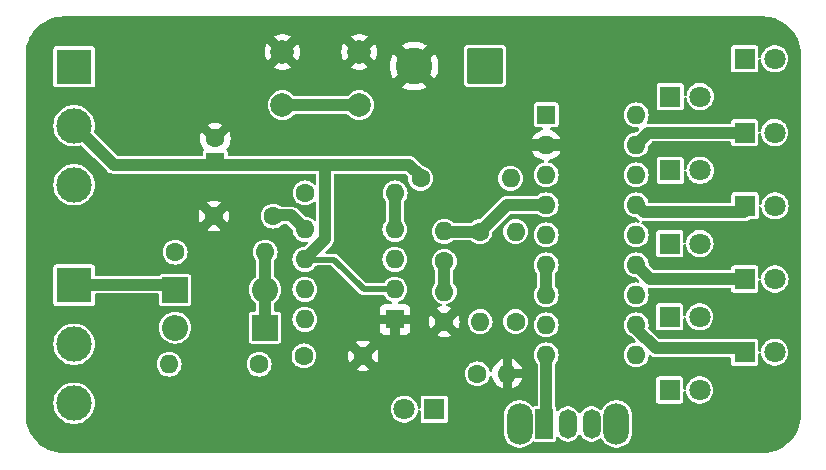
<source format=gtl>
G04 #@! TF.GenerationSoftware,KiCad,Pcbnew,8.0.1*
G04 #@! TF.CreationDate,2024-05-04T08:57:23+08:00*
G04 #@! TF.ProjectId,555Sandbox,35353553-616e-4646-926f-782e6b696361,rev?*
G04 #@! TF.SameCoordinates,Original*
G04 #@! TF.FileFunction,Copper,L1,Top*
G04 #@! TF.FilePolarity,Positive*
%FSLAX46Y46*%
G04 Gerber Fmt 4.6, Leading zero omitted, Abs format (unit mm)*
G04 Created by KiCad (PCBNEW 8.0.1) date 2024-05-04 08:57:23*
%MOMM*%
%LPD*%
G01*
G04 APERTURE LIST*
G04 Aperture macros list*
%AMRoundRect*
0 Rectangle with rounded corners*
0 $1 Rounding radius*
0 $2 $3 $4 $5 $6 $7 $8 $9 X,Y pos of 4 corners*
0 Add a 4 corners polygon primitive as box body*
4,1,4,$2,$3,$4,$5,$6,$7,$8,$9,$2,$3,0*
0 Add four circle primitives for the rounded corners*
1,1,$1+$1,$2,$3*
1,1,$1+$1,$4,$5*
1,1,$1+$1,$6,$7*
1,1,$1+$1,$8,$9*
0 Add four rect primitives between the rounded corners*
20,1,$1+$1,$2,$3,$4,$5,0*
20,1,$1+$1,$4,$5,$6,$7,0*
20,1,$1+$1,$6,$7,$8,$9,0*
20,1,$1+$1,$8,$9,$2,$3,0*%
G04 Aperture macros list end*
G04 #@! TA.AperFunction,ComponentPad*
%ADD10R,1.600000X1.600000*%
G04 #@! TD*
G04 #@! TA.AperFunction,ComponentPad*
%ADD11O,1.600000X1.600000*%
G04 #@! TD*
G04 #@! TA.AperFunction,ComponentPad*
%ADD12R,1.800000X1.800000*%
G04 #@! TD*
G04 #@! TA.AperFunction,ComponentPad*
%ADD13C,1.800000*%
G04 #@! TD*
G04 #@! TA.AperFunction,ComponentPad*
%ADD14O,1.500000X2.500000*%
G04 #@! TD*
G04 #@! TA.AperFunction,ComponentPad*
%ADD15R,1.500000X2.500000*%
G04 #@! TD*
G04 #@! TA.AperFunction,ComponentPad*
%ADD16O,2.200000X3.500000*%
G04 #@! TD*
G04 #@! TA.AperFunction,ComponentPad*
%ADD17C,1.600000*%
G04 #@! TD*
G04 #@! TA.AperFunction,ComponentPad*
%ADD18R,2.200000X2.200000*%
G04 #@! TD*
G04 #@! TA.AperFunction,ComponentPad*
%ADD19O,2.200000X2.200000*%
G04 #@! TD*
G04 #@! TA.AperFunction,ComponentPad*
%ADD20C,2.000000*%
G04 #@! TD*
G04 #@! TA.AperFunction,ComponentPad*
%ADD21RoundRect,0.249999X1.300001X1.300001X-1.300001X1.300001X-1.300001X-1.300001X1.300001X-1.300001X0*%
G04 #@! TD*
G04 #@! TA.AperFunction,ComponentPad*
%ADD22C,3.100000*%
G04 #@! TD*
G04 #@! TA.AperFunction,ComponentPad*
%ADD23R,3.000000X3.000000*%
G04 #@! TD*
G04 #@! TA.AperFunction,ComponentPad*
%ADD24C,3.000000*%
G04 #@! TD*
G04 #@! TA.AperFunction,Conductor*
%ADD25C,1.000000*%
G04 #@! TD*
G04 #@! TA.AperFunction,Conductor*
%ADD26C,0.500000*%
G04 #@! TD*
G04 APERTURE END LIST*
D10*
X106720000Y-89440000D03*
D11*
X106720000Y-86900000D03*
X106720000Y-84360000D03*
X106720000Y-81820000D03*
X99100000Y-81820000D03*
X99100000Y-84360000D03*
X99100000Y-86900000D03*
X99100000Y-89440000D03*
D12*
X130020000Y-76830000D03*
D13*
X132560000Y-76830000D03*
D14*
X123370000Y-98300000D03*
X121370000Y-98300000D03*
D15*
X119370000Y-98300000D03*
D16*
X125470000Y-98300000D03*
X117270000Y-98300000D03*
D12*
X110050000Y-97050000D03*
D13*
X107510000Y-97050000D03*
D17*
X113930000Y-82010000D03*
D11*
X113930000Y-89630000D03*
D18*
X88110000Y-86940000D03*
D19*
X95730000Y-86940000D03*
D20*
X97200000Y-66800000D03*
X103700000Y-66800000D03*
X97200000Y-71300000D03*
X103700000Y-71300000D03*
D10*
X91500000Y-76124264D03*
D17*
X91500000Y-74124264D03*
D12*
X136330000Y-73630000D03*
D13*
X138870000Y-73630000D03*
D17*
X95220000Y-93240000D03*
D11*
X87600000Y-93240000D03*
D17*
X110900000Y-84540000D03*
D11*
X110900000Y-82000000D03*
D17*
X113705000Y-94050000D03*
D11*
X116245000Y-94050000D03*
D12*
X136350000Y-86030000D03*
D13*
X138890000Y-86030000D03*
D10*
X119530000Y-72130000D03*
D11*
X119530000Y-74670000D03*
X119530000Y-77210000D03*
X119530000Y-79750000D03*
X119530000Y-82290000D03*
X119530000Y-84830000D03*
X119530000Y-87370000D03*
X119530000Y-89910000D03*
X119530000Y-92450000D03*
X127150000Y-92450000D03*
X127150000Y-89910000D03*
X127150000Y-87370000D03*
X127150000Y-84830000D03*
X127150000Y-82290000D03*
X127150000Y-79750000D03*
X127150000Y-77210000D03*
X127150000Y-74670000D03*
X127150000Y-72130000D03*
D12*
X136335000Y-92230000D03*
D13*
X138875000Y-92230000D03*
D17*
X108890000Y-77500000D03*
D11*
X116510000Y-77500000D03*
D21*
X114350000Y-68000000D03*
D22*
X108350000Y-68000000D03*
D17*
X88110000Y-83750000D03*
D11*
X95730000Y-83750000D03*
D12*
X130000000Y-83030000D03*
D13*
X132540000Y-83030000D03*
D17*
X96400000Y-80700000D03*
X91400000Y-80700000D03*
D18*
X95730000Y-90140000D03*
D19*
X88110000Y-90140000D03*
D17*
X99020000Y-92540000D03*
X104020000Y-92540000D03*
D12*
X130020000Y-70580000D03*
D13*
X132560000Y-70580000D03*
D17*
X116930000Y-89630000D03*
D11*
X116930000Y-82010000D03*
D12*
X136355000Y-79830000D03*
D13*
X138895000Y-79830000D03*
D12*
X136330000Y-67380000D03*
D13*
X138870000Y-67380000D03*
D12*
X129985000Y-95430000D03*
D13*
X132525000Y-95430000D03*
D17*
X99110000Y-78740000D03*
D11*
X106730000Y-78740000D03*
D12*
X129985000Y-89230000D03*
D13*
X132525000Y-89230000D03*
D23*
X79550000Y-68050000D03*
D24*
X79550000Y-73050000D03*
X79550000Y-78050000D03*
D23*
X79550000Y-86550000D03*
D24*
X79550000Y-91550000D03*
X79550000Y-96550000D03*
D17*
X110900000Y-89630000D03*
D11*
X110900000Y-87090000D03*
D25*
X97920000Y-80640000D02*
X99100000Y-81820000D01*
X96520000Y-80640000D02*
X97920000Y-80640000D01*
X79550000Y-73000000D02*
X82900000Y-76350000D01*
D26*
X106720000Y-86900000D02*
X104100000Y-86900000D01*
D25*
X91000000Y-76350000D02*
X107920000Y-76350000D01*
X82900000Y-76350000D02*
X91000000Y-76350000D01*
X100820000Y-76370000D02*
X100820000Y-82640000D01*
X100820000Y-82640000D02*
X99100000Y-84360000D01*
X107920000Y-76350000D02*
X108910000Y-77340000D01*
D26*
X101580000Y-84380000D02*
X99100000Y-84380000D01*
X104100000Y-86900000D02*
X101580000Y-84380000D01*
D25*
X136330000Y-73630000D02*
X128190000Y-73630000D01*
X128190000Y-73630000D02*
X127150000Y-74670000D01*
X127780000Y-80380000D02*
X127150000Y-79750000D01*
X136310000Y-80380000D02*
X127780000Y-80380000D01*
X127150000Y-84830000D02*
X128350000Y-86030000D01*
X128350000Y-86030000D02*
X136350000Y-86030000D01*
X127150000Y-90230000D02*
X127150000Y-89910000D01*
X136335000Y-92230000D02*
X135985000Y-91880000D01*
X135985000Y-91880000D02*
X128800000Y-91880000D01*
X128800000Y-91880000D02*
X127150000Y-90230000D01*
X95730000Y-83750000D02*
X95730000Y-86940000D01*
X95730000Y-90140000D02*
X95730000Y-86940000D01*
X88110000Y-86940000D02*
X87670000Y-86500000D01*
X87670000Y-86500000D02*
X79550000Y-86500000D01*
X106730000Y-78740000D02*
X106730000Y-81810000D01*
X106730000Y-81810000D02*
X106720000Y-81820000D01*
X97200000Y-71300000D02*
X103700000Y-71300000D01*
X119530000Y-84830000D02*
X119530000Y-87370000D01*
X119550000Y-98120000D02*
X119370000Y-98300000D01*
X119530000Y-92450000D02*
X119550000Y-92470000D01*
X119550000Y-92470000D02*
X119550000Y-98120000D01*
X110930000Y-82010000D02*
X113930000Y-82010000D01*
X113930000Y-82010000D02*
X116190000Y-79750000D01*
X116190000Y-79750000D02*
X119220000Y-79750000D01*
X110900000Y-84540000D02*
X110900000Y-87090000D01*
G04 #@! TA.AperFunction,Conductor*
G36*
X91345606Y-74497005D02*
G01*
X91447339Y-74524264D01*
X91552661Y-74524264D01*
X91654394Y-74497005D01*
X91745598Y-74444348D01*
X91587680Y-74602267D01*
X91526357Y-74635752D01*
X91456665Y-74630768D01*
X91412318Y-74602267D01*
X91254396Y-74444345D01*
X91345606Y-74497005D01*
G37*
G04 #@! TD.AperFunction*
G04 #@! TA.AperFunction,Conductor*
G36*
X137851565Y-63799018D02*
G01*
X138181537Y-63816315D01*
X138194409Y-63817668D01*
X138517531Y-63868850D01*
X138530219Y-63871546D01*
X138846214Y-63956220D01*
X138858558Y-63960231D01*
X139163965Y-64077469D01*
X139175821Y-64082748D01*
X139179030Y-64084383D01*
X139467301Y-64231265D01*
X139478533Y-64237750D01*
X139752900Y-64415928D01*
X139763396Y-64423554D01*
X140017629Y-64629429D01*
X140027274Y-64638114D01*
X140258585Y-64869425D01*
X140267270Y-64879070D01*
X140473145Y-65133303D01*
X140480774Y-65143803D01*
X140658946Y-65418161D01*
X140665436Y-65429402D01*
X140813951Y-65720878D01*
X140819230Y-65732734D01*
X140936468Y-66038141D01*
X140940479Y-66050485D01*
X141025152Y-66366478D01*
X141027850Y-66379173D01*
X141063081Y-66601593D01*
X141071086Y-66652134D01*
X141079028Y-66702270D01*
X141080385Y-66715179D01*
X141095959Y-67012292D01*
X141097680Y-67045113D01*
X141097850Y-67051604D01*
X141097850Y-97495095D01*
X141097680Y-97501586D01*
X141080385Y-97831520D01*
X141079028Y-97844427D01*
X141074942Y-97870222D01*
X141027850Y-98167526D01*
X141025152Y-98180221D01*
X140940479Y-98496214D01*
X140936468Y-98508558D01*
X140819230Y-98813965D01*
X140813951Y-98825821D01*
X140665436Y-99117297D01*
X140658946Y-99128538D01*
X140480774Y-99402896D01*
X140473145Y-99413396D01*
X140267270Y-99667629D01*
X140258585Y-99677274D01*
X140027274Y-99908585D01*
X140017629Y-99917270D01*
X139763396Y-100123145D01*
X139752896Y-100130774D01*
X139478538Y-100308946D01*
X139467297Y-100315436D01*
X139175821Y-100463951D01*
X139163965Y-100469230D01*
X138858558Y-100586468D01*
X138846214Y-100590479D01*
X138530221Y-100675152D01*
X138517526Y-100677850D01*
X138194429Y-100729028D01*
X138181520Y-100730385D01*
X137851584Y-100747679D01*
X137845106Y-100747849D01*
X137835645Y-100747849D01*
X137835634Y-100747850D01*
X137835626Y-100747850D01*
X137782451Y-100747851D01*
X137782448Y-100747851D01*
X78705775Y-100749500D01*
X78703246Y-100749500D01*
X78696756Y-100749330D01*
X78366821Y-100732038D01*
X78353913Y-100730681D01*
X78030815Y-100679508D01*
X78018119Y-100676810D01*
X77702124Y-100592139D01*
X77689781Y-100588128D01*
X77384377Y-100470895D01*
X77372519Y-100465616D01*
X77081029Y-100317094D01*
X77069810Y-100310617D01*
X76795438Y-100132438D01*
X76784944Y-100124813D01*
X76530706Y-99918935D01*
X76521061Y-99910250D01*
X76289749Y-99678938D01*
X76281064Y-99669293D01*
X76075186Y-99415055D01*
X76067564Y-99404565D01*
X75889378Y-99130183D01*
X75882908Y-99118977D01*
X75850965Y-99056286D01*
X115919500Y-99056286D01*
X115945049Y-99217600D01*
X115952754Y-99266243D01*
X116011275Y-99446352D01*
X116018444Y-99468414D01*
X116114951Y-99657820D01*
X116239890Y-99829786D01*
X116390213Y-99980109D01*
X116562179Y-100105048D01*
X116562181Y-100105049D01*
X116562184Y-100105051D01*
X116751588Y-100201557D01*
X116953757Y-100267246D01*
X117163713Y-100300500D01*
X117163714Y-100300500D01*
X117376286Y-100300500D01*
X117376287Y-100300500D01*
X117586243Y-100267246D01*
X117788412Y-100201557D01*
X117977816Y-100105051D01*
X117999789Y-100089086D01*
X118149786Y-99980109D01*
X118149788Y-99980106D01*
X118149792Y-99980104D01*
X118300104Y-99829792D01*
X118324063Y-99796814D01*
X118379390Y-99754149D01*
X118449004Y-99748168D01*
X118493271Y-99766597D01*
X118522256Y-99785964D01*
X118522258Y-99785964D01*
X118522260Y-99785966D01*
X118522262Y-99785966D01*
X118522264Y-99785967D01*
X118595321Y-99800499D01*
X118595324Y-99800500D01*
X118595326Y-99800500D01*
X120144676Y-99800500D01*
X120144677Y-99800499D01*
X120217740Y-99785966D01*
X120300601Y-99730601D01*
X120355966Y-99647740D01*
X120370500Y-99574674D01*
X120370500Y-99513391D01*
X120390185Y-99446352D01*
X120442989Y-99400597D01*
X120512147Y-99390653D01*
X120575703Y-99419678D01*
X120590357Y-99434730D01*
X120592859Y-99437779D01*
X120592860Y-99437781D01*
X120592868Y-99437790D01*
X120732214Y-99577136D01*
X120732218Y-99577139D01*
X120896079Y-99686628D01*
X120896092Y-99686635D01*
X121078160Y-99762049D01*
X121078165Y-99762051D01*
X121078169Y-99762051D01*
X121078170Y-99762052D01*
X121271456Y-99800500D01*
X121271459Y-99800500D01*
X121468543Y-99800500D01*
X121598582Y-99774632D01*
X121661835Y-99762051D01*
X121843914Y-99686632D01*
X122007782Y-99577139D01*
X122147139Y-99437782D01*
X122256632Y-99273914D01*
X122256634Y-99273907D01*
X122259502Y-99268544D01*
X122261310Y-99269510D01*
X122299272Y-99222397D01*
X122365564Y-99200326D01*
X122433265Y-99217600D01*
X122480879Y-99268734D01*
X122482522Y-99272331D01*
X122483371Y-99273920D01*
X122592860Y-99437781D01*
X122592863Y-99437785D01*
X122732214Y-99577136D01*
X122732218Y-99577139D01*
X122896079Y-99686628D01*
X122896092Y-99686635D01*
X123078160Y-99762049D01*
X123078165Y-99762051D01*
X123078169Y-99762051D01*
X123078170Y-99762052D01*
X123271456Y-99800500D01*
X123271459Y-99800500D01*
X123468543Y-99800500D01*
X123598582Y-99774632D01*
X123661835Y-99762051D01*
X123843914Y-99686632D01*
X124007782Y-99577139D01*
X124063354Y-99521566D01*
X124124675Y-99488083D01*
X124194367Y-99493067D01*
X124250300Y-99534938D01*
X124261519Y-99552954D01*
X124273842Y-99577139D01*
X124309812Y-99647735D01*
X124314951Y-99657819D01*
X124439890Y-99829786D01*
X124590213Y-99980109D01*
X124762179Y-100105048D01*
X124762181Y-100105049D01*
X124762184Y-100105051D01*
X124951588Y-100201557D01*
X125153757Y-100267246D01*
X125363713Y-100300500D01*
X125363714Y-100300500D01*
X125576286Y-100300500D01*
X125576287Y-100300500D01*
X125786243Y-100267246D01*
X125988412Y-100201557D01*
X126177816Y-100105051D01*
X126199789Y-100089086D01*
X126349786Y-99980109D01*
X126349788Y-99980106D01*
X126349792Y-99980104D01*
X126500104Y-99829792D01*
X126500106Y-99829788D01*
X126500109Y-99829786D01*
X126614255Y-99672676D01*
X126625051Y-99657816D01*
X126721557Y-99468412D01*
X126787246Y-99266243D01*
X126820500Y-99056287D01*
X126820500Y-97543713D01*
X126787246Y-97333757D01*
X126721557Y-97131588D01*
X126625051Y-96942184D01*
X126625049Y-96942181D01*
X126625048Y-96942179D01*
X126500109Y-96770213D01*
X126349786Y-96619890D01*
X126177820Y-96494951D01*
X125988414Y-96398444D01*
X125988413Y-96398443D01*
X125988412Y-96398443D01*
X125853718Y-96354678D01*
X128834500Y-96354678D01*
X128849032Y-96427735D01*
X128849033Y-96427739D01*
X128849034Y-96427740D01*
X128904399Y-96510601D01*
X128963365Y-96550000D01*
X128987260Y-96565966D01*
X128987264Y-96565967D01*
X129060321Y-96580499D01*
X129060324Y-96580500D01*
X129060326Y-96580500D01*
X130909676Y-96580500D01*
X130909677Y-96580499D01*
X130982740Y-96565966D01*
X131065601Y-96510601D01*
X131120966Y-96427740D01*
X131135500Y-96354674D01*
X131135500Y-95586053D01*
X131155185Y-95519014D01*
X131207989Y-95473259D01*
X131277147Y-95463315D01*
X131340703Y-95492340D01*
X131378477Y-95551118D01*
X131382971Y-95574612D01*
X131389244Y-95642310D01*
X131447596Y-95847392D01*
X131447596Y-95847394D01*
X131542632Y-96038253D01*
X131671127Y-96208406D01*
X131671128Y-96208407D01*
X131828698Y-96352052D01*
X132009981Y-96464298D01*
X132208802Y-96541321D01*
X132418390Y-96580500D01*
X132418392Y-96580500D01*
X132631608Y-96580500D01*
X132631610Y-96580500D01*
X132841198Y-96541321D01*
X133040019Y-96464298D01*
X133221302Y-96352052D01*
X133378872Y-96208407D01*
X133507366Y-96038255D01*
X133518596Y-96015702D01*
X133602403Y-95847394D01*
X133602403Y-95847393D01*
X133602405Y-95847389D01*
X133660756Y-95642310D01*
X133680429Y-95430000D01*
X133660756Y-95217690D01*
X133602405Y-95012611D01*
X133602403Y-95012606D01*
X133602403Y-95012605D01*
X133507367Y-94821746D01*
X133378872Y-94651593D01*
X133362261Y-94636450D01*
X133221302Y-94507948D01*
X133040019Y-94395702D01*
X133040017Y-94395701D01*
X132920496Y-94349399D01*
X132841198Y-94318679D01*
X132631610Y-94279500D01*
X132418390Y-94279500D01*
X132208802Y-94318679D01*
X132208799Y-94318679D01*
X132208799Y-94318680D01*
X132009982Y-94395701D01*
X132009980Y-94395702D01*
X131828699Y-94507947D01*
X131671127Y-94651593D01*
X131542632Y-94821746D01*
X131447596Y-95012605D01*
X131447596Y-95012607D01*
X131389244Y-95217689D01*
X131382971Y-95285387D01*
X131357185Y-95350324D01*
X131300384Y-95391012D01*
X131230604Y-95394532D01*
X131169997Y-95359767D01*
X131137807Y-95297754D01*
X131135500Y-95273946D01*
X131135500Y-94505323D01*
X131135499Y-94505321D01*
X131120967Y-94432264D01*
X131120966Y-94432260D01*
X131079419Y-94370080D01*
X131065601Y-94349399D01*
X131010235Y-94312405D01*
X130982739Y-94294033D01*
X130982735Y-94294032D01*
X130909677Y-94279500D01*
X130909674Y-94279500D01*
X129060326Y-94279500D01*
X129060323Y-94279500D01*
X128987264Y-94294032D01*
X128987260Y-94294033D01*
X128904399Y-94349399D01*
X128849033Y-94432260D01*
X128849032Y-94432264D01*
X128834500Y-94505321D01*
X128834500Y-96354678D01*
X125853718Y-96354678D01*
X125786243Y-96332754D01*
X125786241Y-96332753D01*
X125786240Y-96332753D01*
X125624957Y-96307208D01*
X125576287Y-96299500D01*
X125363713Y-96299500D01*
X125315042Y-96307208D01*
X125153760Y-96332753D01*
X124951585Y-96398444D01*
X124762179Y-96494951D01*
X124590213Y-96619890D01*
X124439890Y-96770213D01*
X124314948Y-96942184D01*
X124314947Y-96942185D01*
X124261518Y-97047045D01*
X124213544Y-97097841D01*
X124145723Y-97114636D01*
X124079588Y-97092098D01*
X124063353Y-97078431D01*
X124007785Y-97022863D01*
X124007781Y-97022860D01*
X123843920Y-96913371D01*
X123843907Y-96913364D01*
X123661839Y-96837950D01*
X123661829Y-96837947D01*
X123468543Y-96799500D01*
X123468541Y-96799500D01*
X123271459Y-96799500D01*
X123271457Y-96799500D01*
X123078170Y-96837947D01*
X123078160Y-96837950D01*
X122896092Y-96913364D01*
X122896079Y-96913371D01*
X122732218Y-97022860D01*
X122732214Y-97022863D01*
X122592863Y-97162214D01*
X122592860Y-97162218D01*
X122483371Y-97326079D01*
X122480498Y-97331456D01*
X122478691Y-97330490D01*
X122440715Y-97377612D01*
X122374420Y-97399673D01*
X122306721Y-97382391D01*
X122259113Y-97331251D01*
X122257473Y-97327660D01*
X122256628Y-97326079D01*
X122147139Y-97162218D01*
X122147136Y-97162214D01*
X122007785Y-97022863D01*
X122007781Y-97022860D01*
X121843920Y-96913371D01*
X121843907Y-96913364D01*
X121661839Y-96837950D01*
X121661829Y-96837947D01*
X121468543Y-96799500D01*
X121468541Y-96799500D01*
X121271459Y-96799500D01*
X121271457Y-96799500D01*
X121078170Y-96837947D01*
X121078160Y-96837950D01*
X120896092Y-96913364D01*
X120896079Y-96913371D01*
X120732218Y-97022860D01*
X120732214Y-97022863D01*
X120592865Y-97162212D01*
X120590352Y-97165275D01*
X120588630Y-97166447D01*
X120588553Y-97166525D01*
X120588538Y-97166510D01*
X120532605Y-97204608D01*
X120462761Y-97206477D01*
X120402993Y-97170289D01*
X120372278Y-97107532D01*
X120370500Y-97086608D01*
X120370500Y-97025323D01*
X120370499Y-97025321D01*
X120355967Y-96952264D01*
X120355966Y-96952260D01*
X120321397Y-96900523D01*
X120300520Y-96833845D01*
X120300500Y-96831633D01*
X120300500Y-93211424D01*
X120320185Y-93144385D01*
X120328647Y-93132759D01*
X120358711Y-93096124D01*
X120407685Y-93036450D01*
X120505232Y-92853954D01*
X120565300Y-92655934D01*
X120585583Y-92450000D01*
X126094417Y-92450000D01*
X126114699Y-92655932D01*
X126128974Y-92702989D01*
X126174768Y-92853954D01*
X126272315Y-93036450D01*
X126283716Y-93050342D01*
X126403589Y-93196410D01*
X126463782Y-93245808D01*
X126563550Y-93327685D01*
X126746046Y-93425232D01*
X126944066Y-93485300D01*
X126944065Y-93485300D01*
X126962529Y-93487118D01*
X127150000Y-93505583D01*
X127355934Y-93485300D01*
X127553954Y-93425232D01*
X127736450Y-93327685D01*
X127896410Y-93196410D01*
X128027685Y-93036450D01*
X128125232Y-92853954D01*
X128185300Y-92655934D01*
X128191270Y-92595311D01*
X128217430Y-92530527D01*
X128274464Y-92490167D01*
X128344264Y-92487050D01*
X128383564Y-92504365D01*
X128444498Y-92545080D01*
X128444511Y-92545087D01*
X128559366Y-92592661D01*
X128581087Y-92601658D01*
X128581091Y-92601658D01*
X128581092Y-92601659D01*
X128726079Y-92630500D01*
X128726082Y-92630500D01*
X128873917Y-92630500D01*
X135060500Y-92630500D01*
X135127539Y-92650185D01*
X135173294Y-92702989D01*
X135184500Y-92754500D01*
X135184500Y-93154678D01*
X135199032Y-93227735D01*
X135199033Y-93227739D01*
X135199034Y-93227740D01*
X135254399Y-93310601D01*
X135300373Y-93341319D01*
X135337260Y-93365966D01*
X135337264Y-93365967D01*
X135410321Y-93380499D01*
X135410324Y-93380500D01*
X135410326Y-93380500D01*
X137259676Y-93380500D01*
X137259677Y-93380499D01*
X137332740Y-93365966D01*
X137415601Y-93310601D01*
X137470966Y-93227740D01*
X137485500Y-93154674D01*
X137485500Y-92386053D01*
X137505185Y-92319014D01*
X137557989Y-92273259D01*
X137627147Y-92263315D01*
X137690703Y-92292340D01*
X137728477Y-92351118D01*
X137732970Y-92374611D01*
X137739244Y-92442310D01*
X137784583Y-92601659D01*
X137797596Y-92647392D01*
X137797596Y-92647394D01*
X137892632Y-92838253D01*
X137969469Y-92940000D01*
X138021128Y-93008407D01*
X138178698Y-93152052D01*
X138359981Y-93264298D01*
X138558802Y-93341321D01*
X138768390Y-93380500D01*
X138768392Y-93380500D01*
X138981608Y-93380500D01*
X138981610Y-93380500D01*
X139191198Y-93341321D01*
X139390019Y-93264298D01*
X139571302Y-93152052D01*
X139728872Y-93008407D01*
X139857366Y-92838255D01*
X139903337Y-92745932D01*
X139952403Y-92647394D01*
X139952403Y-92647393D01*
X139952405Y-92647389D01*
X140010756Y-92442310D01*
X140030429Y-92230000D01*
X140010756Y-92017690D01*
X139952405Y-91812611D01*
X139952403Y-91812606D01*
X139952403Y-91812605D01*
X139857367Y-91621746D01*
X139728872Y-91451593D01*
X139571302Y-91307948D01*
X139390019Y-91195702D01*
X139390017Y-91195701D01*
X139219130Y-91129500D01*
X139191198Y-91118679D01*
X138981610Y-91079500D01*
X138768390Y-91079500D01*
X138558802Y-91118679D01*
X138558799Y-91118679D01*
X138558799Y-91118680D01*
X138359982Y-91195701D01*
X138359980Y-91195702D01*
X138178699Y-91307947D01*
X138021127Y-91451593D01*
X137892632Y-91621746D01*
X137797596Y-91812605D01*
X137797596Y-91812607D01*
X137739244Y-92017689D01*
X137732971Y-92085387D01*
X137707185Y-92150324D01*
X137650384Y-92191012D01*
X137580604Y-92194532D01*
X137519997Y-92159767D01*
X137487807Y-92097754D01*
X137485500Y-92073946D01*
X137485500Y-91305323D01*
X137485499Y-91305321D01*
X137470967Y-91232264D01*
X137470966Y-91232260D01*
X137446538Y-91195701D01*
X137415601Y-91149399D01*
X137356358Y-91109815D01*
X137332739Y-91094033D01*
X137332735Y-91094032D01*
X137259677Y-91079500D01*
X137259674Y-91079500D01*
X135410326Y-91079500D01*
X135410324Y-91079500D01*
X135337261Y-91094033D01*
X135337260Y-91094034D01*
X135315454Y-91108603D01*
X135248778Y-91129480D01*
X135246566Y-91129500D01*
X129162229Y-91129500D01*
X129095190Y-91109815D01*
X129074548Y-91093181D01*
X128217373Y-90236005D01*
X128183888Y-90174682D01*
X128184693Y-90154678D01*
X128834500Y-90154678D01*
X128849032Y-90227735D01*
X128849033Y-90227739D01*
X128849034Y-90227740D01*
X128904399Y-90310601D01*
X128972366Y-90356014D01*
X128987260Y-90365966D01*
X128987264Y-90365967D01*
X129060321Y-90380499D01*
X129060324Y-90380500D01*
X129060326Y-90380500D01*
X130909676Y-90380500D01*
X130909677Y-90380499D01*
X130982740Y-90365966D01*
X131065601Y-90310601D01*
X131120966Y-90227740D01*
X131135500Y-90154674D01*
X131135500Y-89386053D01*
X131155185Y-89319014D01*
X131207989Y-89273259D01*
X131277147Y-89263315D01*
X131340703Y-89292340D01*
X131378477Y-89351118D01*
X131382970Y-89374611D01*
X131389244Y-89442310D01*
X131447180Y-89645932D01*
X131447596Y-89647392D01*
X131447596Y-89647394D01*
X131542632Y-89838253D01*
X131601297Y-89915937D01*
X131671128Y-90008407D01*
X131828698Y-90152052D01*
X132009981Y-90264298D01*
X132208802Y-90341321D01*
X132418390Y-90380500D01*
X132418392Y-90380500D01*
X132631608Y-90380500D01*
X132631610Y-90380500D01*
X132841198Y-90341321D01*
X133040019Y-90264298D01*
X133221302Y-90152052D01*
X133378872Y-90008407D01*
X133507366Y-89838255D01*
X133520070Y-89812741D01*
X133602403Y-89647394D01*
X133602403Y-89647393D01*
X133602405Y-89647389D01*
X133660756Y-89442310D01*
X133680429Y-89230000D01*
X133660756Y-89017690D01*
X133602405Y-88812611D01*
X133602403Y-88812606D01*
X133602403Y-88812605D01*
X133507367Y-88621746D01*
X133378872Y-88451593D01*
X133221302Y-88307948D01*
X133040019Y-88195702D01*
X133040017Y-88195701D01*
X132940608Y-88157190D01*
X132841198Y-88118679D01*
X132631610Y-88079500D01*
X132418390Y-88079500D01*
X132208802Y-88118679D01*
X132208799Y-88118679D01*
X132208799Y-88118680D01*
X132009982Y-88195701D01*
X132009980Y-88195702D01*
X131828699Y-88307947D01*
X131671127Y-88451593D01*
X131542632Y-88621746D01*
X131447596Y-88812605D01*
X131447596Y-88812607D01*
X131389244Y-89017689D01*
X131382971Y-89085387D01*
X131357185Y-89150324D01*
X131300384Y-89191012D01*
X131230604Y-89194532D01*
X131169997Y-89159767D01*
X131137807Y-89097754D01*
X131135500Y-89073946D01*
X131135500Y-88305323D01*
X131135499Y-88305321D01*
X131120967Y-88232264D01*
X131120966Y-88232260D01*
X131065601Y-88149399D01*
X130982740Y-88094034D01*
X130982739Y-88094033D01*
X130982735Y-88094032D01*
X130909677Y-88079500D01*
X130909674Y-88079500D01*
X129060326Y-88079500D01*
X129060323Y-88079500D01*
X128987264Y-88094032D01*
X128987260Y-88094033D01*
X128904399Y-88149399D01*
X128849033Y-88232260D01*
X128849032Y-88232264D01*
X128834500Y-88305321D01*
X128834500Y-90154678D01*
X128184693Y-90154678D01*
X128185997Y-90122282D01*
X128184112Y-90121907D01*
X128185300Y-90115934D01*
X128193374Y-90033954D01*
X128205583Y-89910000D01*
X128185300Y-89704066D01*
X128125232Y-89506046D01*
X128027685Y-89323550D01*
X127947664Y-89226043D01*
X127896410Y-89163589D01*
X127745814Y-89040000D01*
X127736450Y-89032315D01*
X127553954Y-88934768D01*
X127355934Y-88874700D01*
X127355932Y-88874699D01*
X127355934Y-88874699D01*
X127150000Y-88854417D01*
X126944067Y-88874699D01*
X126746043Y-88934769D01*
X126687677Y-88965967D01*
X126563550Y-89032315D01*
X126563548Y-89032316D01*
X126563547Y-89032317D01*
X126403589Y-89163589D01*
X126272317Y-89323547D01*
X126272315Y-89323550D01*
X126245022Y-89374612D01*
X126174769Y-89506043D01*
X126114699Y-89704067D01*
X126094417Y-89910000D01*
X126114699Y-90115932D01*
X126132521Y-90174682D01*
X126174768Y-90313954D01*
X126272315Y-90496450D01*
X126306969Y-90538677D01*
X126403589Y-90656410D01*
X126497642Y-90733596D01*
X126563550Y-90787685D01*
X126563552Y-90787686D01*
X126563555Y-90787688D01*
X126725137Y-90874056D01*
X126754365Y-90895733D01*
X127058423Y-91199791D01*
X127091908Y-91261114D01*
X127086924Y-91330806D01*
X127045052Y-91386739D01*
X126982897Y-91410875D01*
X126944067Y-91414699D01*
X126746043Y-91474769D01*
X126635898Y-91533643D01*
X126563550Y-91572315D01*
X126563548Y-91572316D01*
X126563547Y-91572317D01*
X126403589Y-91703589D01*
X126272317Y-91863547D01*
X126174769Y-92046043D01*
X126114699Y-92244067D01*
X126094417Y-92450000D01*
X120585583Y-92450000D01*
X120565300Y-92244066D01*
X120505232Y-92046046D01*
X120407685Y-91863550D01*
X120350270Y-91793589D01*
X120276410Y-91703589D01*
X120116452Y-91572317D01*
X120116453Y-91572317D01*
X120116450Y-91572315D01*
X119933954Y-91474768D01*
X119735934Y-91414700D01*
X119735932Y-91414699D01*
X119735934Y-91414699D01*
X119530000Y-91394417D01*
X119324067Y-91414699D01*
X119126043Y-91474769D01*
X119015898Y-91533643D01*
X118943550Y-91572315D01*
X118943548Y-91572316D01*
X118943547Y-91572317D01*
X118783589Y-91703589D01*
X118652317Y-91863547D01*
X118554769Y-92046043D01*
X118494699Y-92244067D01*
X118474417Y-92450000D01*
X118494699Y-92655932D01*
X118508974Y-92702989D01*
X118554768Y-92853954D01*
X118651041Y-93034067D01*
X118652317Y-93036453D01*
X118683762Y-93074769D01*
X118771353Y-93181500D01*
X118798666Y-93245808D01*
X118799500Y-93260163D01*
X118799500Y-96675500D01*
X118779815Y-96742539D01*
X118727011Y-96788294D01*
X118675500Y-96799500D01*
X118595323Y-96799500D01*
X118522264Y-96814032D01*
X118522261Y-96814033D01*
X118493270Y-96833404D01*
X118426592Y-96854280D01*
X118359212Y-96835794D01*
X118324062Y-96803184D01*
X118300104Y-96770208D01*
X118149792Y-96619896D01*
X118149786Y-96619890D01*
X117977820Y-96494951D01*
X117788414Y-96398444D01*
X117788413Y-96398443D01*
X117788412Y-96398443D01*
X117586243Y-96332754D01*
X117586241Y-96332753D01*
X117586240Y-96332753D01*
X117424957Y-96307208D01*
X117376287Y-96299500D01*
X117163713Y-96299500D01*
X117115042Y-96307208D01*
X116953760Y-96332753D01*
X116751585Y-96398444D01*
X116562179Y-96494951D01*
X116390213Y-96619890D01*
X116239890Y-96770213D01*
X116114951Y-96942179D01*
X116018444Y-97131585D01*
X115952753Y-97333760D01*
X115919500Y-97543713D01*
X115919500Y-99056286D01*
X75850965Y-99056286D01*
X75734378Y-98827470D01*
X75729104Y-98815622D01*
X75611871Y-98510218D01*
X75607860Y-98497875D01*
X75554973Y-98300500D01*
X75523187Y-98181874D01*
X75520491Y-98169184D01*
X75520228Y-98167526D01*
X75469318Y-97846086D01*
X75467961Y-97833178D01*
X75450670Y-97503243D01*
X75450500Y-97496753D01*
X75450500Y-96550004D01*
X77794592Y-96550004D01*
X77814196Y-96811620D01*
X77814197Y-96811625D01*
X77814197Y-96811629D01*
X77814198Y-96811630D01*
X77819713Y-96835794D01*
X77872576Y-97067402D01*
X77872578Y-97067411D01*
X77872580Y-97067416D01*
X77968432Y-97311643D01*
X78099614Y-97538857D01*
X78194829Y-97658253D01*
X78263198Y-97743985D01*
X78364532Y-97838008D01*
X78455521Y-97922433D01*
X78672296Y-98070228D01*
X78672301Y-98070230D01*
X78672302Y-98070231D01*
X78672303Y-98070232D01*
X78797660Y-98130600D01*
X78908673Y-98184061D01*
X78908674Y-98184061D01*
X78908677Y-98184063D01*
X79159385Y-98261396D01*
X79418818Y-98300500D01*
X79681182Y-98300500D01*
X79940615Y-98261396D01*
X80191323Y-98184063D01*
X80398487Y-98084298D01*
X80427696Y-98070232D01*
X80427696Y-98070231D01*
X80427704Y-98070228D01*
X80644479Y-97922433D01*
X80836805Y-97743981D01*
X81000386Y-97538857D01*
X81131568Y-97311643D01*
X81227420Y-97067416D01*
X81231395Y-97050000D01*
X106354571Y-97050000D01*
X106374244Y-97262310D01*
X106432596Y-97467392D01*
X106432596Y-97467394D01*
X106527632Y-97658253D01*
X106592375Y-97743985D01*
X106656128Y-97828407D01*
X106813698Y-97972052D01*
X106994981Y-98084298D01*
X107193802Y-98161321D01*
X107403390Y-98200500D01*
X107403392Y-98200500D01*
X107616608Y-98200500D01*
X107616610Y-98200500D01*
X107826198Y-98161321D01*
X108025019Y-98084298D01*
X108206302Y-97972052D01*
X108363872Y-97828407D01*
X108492366Y-97658255D01*
X108539177Y-97564245D01*
X108587403Y-97467394D01*
X108587403Y-97467393D01*
X108587405Y-97467389D01*
X108645756Y-97262310D01*
X108652029Y-97194611D01*
X108677815Y-97129675D01*
X108734615Y-97088987D01*
X108804396Y-97085467D01*
X108865003Y-97120232D01*
X108897193Y-97182245D01*
X108899500Y-97206053D01*
X108899500Y-97974678D01*
X108914032Y-98047735D01*
X108914033Y-98047739D01*
X108914034Y-98047740D01*
X108969399Y-98130601D01*
X109043662Y-98180221D01*
X109052260Y-98185966D01*
X109052264Y-98185967D01*
X109125321Y-98200499D01*
X109125324Y-98200500D01*
X109125326Y-98200500D01*
X110974676Y-98200500D01*
X110974677Y-98200499D01*
X111047740Y-98185966D01*
X111130601Y-98130601D01*
X111185966Y-98047740D01*
X111200500Y-97974674D01*
X111200500Y-96125326D01*
X111200500Y-96125323D01*
X111200499Y-96125321D01*
X111185967Y-96052264D01*
X111185966Y-96052260D01*
X111161538Y-96015701D01*
X111130601Y-95969399D01*
X111047740Y-95914034D01*
X111047739Y-95914033D01*
X111047735Y-95914032D01*
X110974677Y-95899500D01*
X110974674Y-95899500D01*
X109125326Y-95899500D01*
X109125323Y-95899500D01*
X109052264Y-95914032D01*
X109052260Y-95914033D01*
X108969399Y-95969399D01*
X108914033Y-96052260D01*
X108914032Y-96052264D01*
X108899500Y-96125321D01*
X108899500Y-96893946D01*
X108879815Y-96960985D01*
X108827011Y-97006740D01*
X108757853Y-97016684D01*
X108694297Y-96987659D01*
X108656523Y-96928881D01*
X108652029Y-96905387D01*
X108648694Y-96869399D01*
X108645756Y-96837690D01*
X108587405Y-96632611D01*
X108587403Y-96632606D01*
X108587403Y-96632605D01*
X108492367Y-96441746D01*
X108363872Y-96271593D01*
X108206302Y-96127948D01*
X108025019Y-96015702D01*
X108025017Y-96015701D01*
X107905496Y-95969399D01*
X107826198Y-95938679D01*
X107616610Y-95899500D01*
X107403390Y-95899500D01*
X107193802Y-95938679D01*
X107193799Y-95938679D01*
X107193799Y-95938680D01*
X106994982Y-96015701D01*
X106994980Y-96015702D01*
X106813699Y-96127947D01*
X106656127Y-96271593D01*
X106527632Y-96441746D01*
X106432596Y-96632605D01*
X106432596Y-96632607D01*
X106374244Y-96837689D01*
X106354571Y-97049999D01*
X106354571Y-97050000D01*
X81231395Y-97050000D01*
X81285802Y-96811630D01*
X81290980Y-96742539D01*
X81305408Y-96550004D01*
X81305408Y-96549995D01*
X81285803Y-96288379D01*
X81285802Y-96288374D01*
X81285802Y-96288370D01*
X81227420Y-96032584D01*
X81131568Y-95788357D01*
X81000386Y-95561143D01*
X80836805Y-95356019D01*
X80836804Y-95356018D01*
X80836801Y-95356014D01*
X80644479Y-95177567D01*
X80538898Y-95105583D01*
X80427704Y-95029772D01*
X80427700Y-95029770D01*
X80427697Y-95029768D01*
X80427696Y-95029767D01*
X80191325Y-94915938D01*
X80191327Y-94915938D01*
X79940623Y-94838606D01*
X79940619Y-94838605D01*
X79940615Y-94838604D01*
X79815823Y-94819794D01*
X79681187Y-94799500D01*
X79681182Y-94799500D01*
X79418818Y-94799500D01*
X79418812Y-94799500D01*
X79271228Y-94821746D01*
X79159385Y-94838604D01*
X79159382Y-94838605D01*
X79159376Y-94838606D01*
X78908673Y-94915938D01*
X78672303Y-95029767D01*
X78672302Y-95029768D01*
X78455520Y-95177567D01*
X78263198Y-95356014D01*
X78099614Y-95561143D01*
X77968432Y-95788356D01*
X77872582Y-96032578D01*
X77872576Y-96032597D01*
X77814197Y-96288374D01*
X77814196Y-96288379D01*
X77794592Y-96549995D01*
X77794592Y-96550004D01*
X75450500Y-96550004D01*
X75450500Y-91550004D01*
X77794592Y-91550004D01*
X77814196Y-91811620D01*
X77814197Y-91811625D01*
X77872576Y-92067402D01*
X77872578Y-92067411D01*
X77872580Y-92067416D01*
X77968432Y-92311643D01*
X78099614Y-92538857D01*
X78191079Y-92653550D01*
X78263198Y-92743985D01*
X78364796Y-92838253D01*
X78455521Y-92922433D01*
X78672296Y-93070228D01*
X78672301Y-93070230D01*
X78672302Y-93070231D01*
X78672303Y-93070232D01*
X78745923Y-93105685D01*
X78908673Y-93184061D01*
X78908674Y-93184061D01*
X78908677Y-93184063D01*
X79159385Y-93261396D01*
X79418818Y-93300500D01*
X79681182Y-93300500D01*
X79940615Y-93261396D01*
X80009979Y-93240000D01*
X86544417Y-93240000D01*
X86564699Y-93445932D01*
X86576641Y-93485300D01*
X86624768Y-93643954D01*
X86722315Y-93826450D01*
X86722317Y-93826452D01*
X86853589Y-93986410D01*
X86931075Y-94050000D01*
X87013550Y-94117685D01*
X87196046Y-94215232D01*
X87394066Y-94275300D01*
X87394065Y-94275300D01*
X87412529Y-94277118D01*
X87600000Y-94295583D01*
X87805934Y-94275300D01*
X88003954Y-94215232D01*
X88186450Y-94117685D01*
X88346410Y-93986410D01*
X88477685Y-93826450D01*
X88575232Y-93643954D01*
X88635300Y-93445934D01*
X88655583Y-93240000D01*
X94164417Y-93240000D01*
X94184699Y-93445932D01*
X94196641Y-93485300D01*
X94244768Y-93643954D01*
X94342315Y-93826450D01*
X94342317Y-93826452D01*
X94473589Y-93986410D01*
X94551075Y-94050000D01*
X94633550Y-94117685D01*
X94816046Y-94215232D01*
X95014066Y-94275300D01*
X95014065Y-94275300D01*
X95032529Y-94277118D01*
X95220000Y-94295583D01*
X95425934Y-94275300D01*
X95623954Y-94215232D01*
X95806450Y-94117685D01*
X95888925Y-94050000D01*
X112649417Y-94050000D01*
X112669699Y-94255932D01*
X112698052Y-94349399D01*
X112729768Y-94453954D01*
X112827315Y-94636450D01*
X112861969Y-94678677D01*
X112958589Y-94796410D01*
X113010005Y-94838605D01*
X113118550Y-94927685D01*
X113301046Y-95025232D01*
X113499066Y-95085300D01*
X113499065Y-95085300D01*
X113517529Y-95087118D01*
X113705000Y-95105583D01*
X113910934Y-95085300D01*
X114108954Y-95025232D01*
X114291450Y-94927685D01*
X114451410Y-94796410D01*
X114582685Y-94636450D01*
X114680232Y-94453954D01*
X114727891Y-94296839D01*
X114766187Y-94238403D01*
X114829999Y-94209946D01*
X114899066Y-94220505D01*
X114951460Y-94266729D01*
X114966326Y-94300742D01*
X115018731Y-94496319D01*
X115018734Y-94496326D01*
X115114865Y-94702482D01*
X115245342Y-94888820D01*
X115406179Y-95049657D01*
X115592517Y-95180134D01*
X115798675Y-95276267D01*
X115798678Y-95276268D01*
X115844999Y-95288679D01*
X115845000Y-95288679D01*
X115845000Y-94102661D01*
X115872259Y-94204394D01*
X115924920Y-94295606D01*
X115999394Y-94370080D01*
X116090606Y-94422741D01*
X116192339Y-94450000D01*
X116297661Y-94450000D01*
X116645000Y-94450000D01*
X116645000Y-95288679D01*
X116691321Y-95276268D01*
X116691324Y-95276267D01*
X116897482Y-95180134D01*
X117083820Y-95049657D01*
X117244657Y-94888820D01*
X117375134Y-94702482D01*
X117471267Y-94496324D01*
X117483680Y-94450000D01*
X116645000Y-94450000D01*
X116297661Y-94450000D01*
X116399394Y-94422741D01*
X116490606Y-94370080D01*
X116565080Y-94295606D01*
X116617741Y-94204394D01*
X116645000Y-94102661D01*
X116645000Y-93997339D01*
X116617741Y-93895606D01*
X116565080Y-93804394D01*
X116490606Y-93729920D01*
X116399394Y-93677259D01*
X116297661Y-93650000D01*
X116192339Y-93650000D01*
X116090606Y-93677259D01*
X115999394Y-93729920D01*
X115924920Y-93804394D01*
X115872259Y-93895606D01*
X115845000Y-93997339D01*
X115845000Y-92811320D01*
X115844999Y-92811319D01*
X116645000Y-92811319D01*
X116645000Y-93650000D01*
X117483680Y-93650000D01*
X117483680Y-93649999D01*
X117471267Y-93603675D01*
X117375134Y-93397517D01*
X117244657Y-93211179D01*
X117083820Y-93050342D01*
X116897482Y-92919865D01*
X116691324Y-92823732D01*
X116645000Y-92811319D01*
X115844999Y-92811319D01*
X115798675Y-92823732D01*
X115592517Y-92919865D01*
X115406179Y-93050342D01*
X115245342Y-93211179D01*
X115114865Y-93397517D01*
X115018734Y-93603673D01*
X115018731Y-93603680D01*
X114966326Y-93799257D01*
X114929961Y-93858917D01*
X114867113Y-93889446D01*
X114797738Y-93881151D01*
X114743860Y-93836666D01*
X114727892Y-93803162D01*
X114680232Y-93646046D01*
X114582685Y-93463550D01*
X114502601Y-93365967D01*
X114451410Y-93303589D01*
X114305765Y-93184063D01*
X114291450Y-93172315D01*
X114108954Y-93074768D01*
X113910934Y-93014700D01*
X113910932Y-93014699D01*
X113910934Y-93014699D01*
X113705000Y-92994417D01*
X113499067Y-93014699D01*
X113301043Y-93074769D01*
X113204353Y-93126452D01*
X113118550Y-93172315D01*
X113118548Y-93172316D01*
X113118547Y-93172317D01*
X112958589Y-93303589D01*
X112827317Y-93463547D01*
X112827315Y-93463550D01*
X112804848Y-93505582D01*
X112729769Y-93646043D01*
X112669699Y-93844067D01*
X112649417Y-94050000D01*
X95888925Y-94050000D01*
X95966410Y-93986410D01*
X96097685Y-93826450D01*
X96166274Y-93698130D01*
X103427553Y-93698130D01*
X103573668Y-93766264D01*
X103573682Y-93766269D01*
X103793389Y-93825139D01*
X103793400Y-93825141D01*
X104019998Y-93844966D01*
X104020002Y-93844966D01*
X104246599Y-93825141D01*
X104246610Y-93825139D01*
X104466317Y-93766269D01*
X104466326Y-93766265D01*
X104612445Y-93698129D01*
X104020001Y-93105685D01*
X104020000Y-93105685D01*
X103427553Y-93698130D01*
X96166274Y-93698130D01*
X96195232Y-93643954D01*
X96255300Y-93445934D01*
X96275583Y-93240000D01*
X96255300Y-93034066D01*
X96195232Y-92836046D01*
X96097685Y-92653550D01*
X96045702Y-92590209D01*
X96004498Y-92540000D01*
X97964417Y-92540000D01*
X97984699Y-92745932D01*
X97990972Y-92766610D01*
X98044768Y-92943954D01*
X98142315Y-93126450D01*
X98142317Y-93126452D01*
X98273589Y-93286410D01*
X98370209Y-93365702D01*
X98433550Y-93417685D01*
X98616046Y-93515232D01*
X98814066Y-93575300D01*
X98814065Y-93575300D01*
X98832529Y-93577118D01*
X99020000Y-93595583D01*
X99225934Y-93575300D01*
X99423954Y-93515232D01*
X99606450Y-93417685D01*
X99766410Y-93286410D01*
X99897685Y-93126450D01*
X99995232Y-92943954D01*
X100055300Y-92745934D01*
X100075583Y-92540002D01*
X102715034Y-92540002D01*
X102734858Y-92766599D01*
X102734860Y-92766610D01*
X102793730Y-92986317D01*
X102793732Y-92986322D01*
X102861869Y-93132444D01*
X103401654Y-92592661D01*
X103620000Y-92592661D01*
X103647259Y-92694394D01*
X103699920Y-92785606D01*
X103774394Y-92860080D01*
X103865606Y-92912741D01*
X103967339Y-92940000D01*
X104072661Y-92940000D01*
X104174394Y-92912741D01*
X104265606Y-92860080D01*
X104340080Y-92785606D01*
X104392741Y-92694394D01*
X104420000Y-92592661D01*
X104420000Y-92540000D01*
X104585685Y-92540000D01*
X105178129Y-93132444D01*
X105246265Y-92986326D01*
X105246269Y-92986317D01*
X105305139Y-92766610D01*
X105305141Y-92766599D01*
X105324966Y-92540002D01*
X105324966Y-92539997D01*
X105305141Y-92313400D01*
X105305139Y-92313389D01*
X105246269Y-92093682D01*
X105246264Y-92093668D01*
X105178130Y-91947553D01*
X104585685Y-92539999D01*
X104585685Y-92540000D01*
X104420000Y-92540000D01*
X104420000Y-92487339D01*
X104392741Y-92385606D01*
X104340080Y-92294394D01*
X104265606Y-92219920D01*
X104174394Y-92167259D01*
X104072661Y-92140000D01*
X103967339Y-92140000D01*
X103865606Y-92167259D01*
X103774394Y-92219920D01*
X103699920Y-92294394D01*
X103647259Y-92385606D01*
X103620000Y-92487339D01*
X103620000Y-92592661D01*
X103401654Y-92592661D01*
X103454315Y-92540000D01*
X102861868Y-91947553D01*
X102793731Y-92093680D01*
X102734860Y-92313389D01*
X102734858Y-92313400D01*
X102715034Y-92539997D01*
X102715034Y-92540002D01*
X100075583Y-92540002D01*
X100075583Y-92540000D01*
X100055300Y-92334066D01*
X99995232Y-92136046D01*
X99897685Y-91953550D01*
X99845702Y-91890209D01*
X99766410Y-91793589D01*
X99606452Y-91662317D01*
X99606453Y-91662317D01*
X99606450Y-91662315D01*
X99423954Y-91564768D01*
X99225934Y-91504700D01*
X99225932Y-91504699D01*
X99225934Y-91504699D01*
X99020000Y-91484417D01*
X98814067Y-91504699D01*
X98616043Y-91564769D01*
X98509450Y-91621745D01*
X98433550Y-91662315D01*
X98433548Y-91662316D01*
X98433547Y-91662317D01*
X98273589Y-91793589D01*
X98142317Y-91953547D01*
X98044769Y-92136043D01*
X97984699Y-92334067D01*
X97964417Y-92540000D01*
X96004498Y-92540000D01*
X95966410Y-92493589D01*
X95806452Y-92362317D01*
X95806453Y-92362317D01*
X95806450Y-92362315D01*
X95623954Y-92264768D01*
X95425934Y-92204700D01*
X95425932Y-92204699D01*
X95425934Y-92204699D01*
X95220000Y-92184417D01*
X95014067Y-92204699D01*
X94816043Y-92264769D01*
X94760620Y-92294394D01*
X94633550Y-92362315D01*
X94633548Y-92362316D01*
X94633547Y-92362317D01*
X94473589Y-92493589D01*
X94342317Y-92653547D01*
X94244769Y-92836043D01*
X94184699Y-93034067D01*
X94164417Y-93240000D01*
X88655583Y-93240000D01*
X88635300Y-93034066D01*
X88575232Y-92836046D01*
X88477685Y-92653550D01*
X88425702Y-92590209D01*
X88346410Y-92493589D01*
X88186452Y-92362317D01*
X88186453Y-92362317D01*
X88186450Y-92362315D01*
X88003954Y-92264768D01*
X87805934Y-92204700D01*
X87805932Y-92204699D01*
X87805934Y-92204699D01*
X87600000Y-92184417D01*
X87394067Y-92204699D01*
X87196043Y-92264769D01*
X87140620Y-92294394D01*
X87013550Y-92362315D01*
X87013548Y-92362316D01*
X87013547Y-92362317D01*
X86853589Y-92493589D01*
X86722317Y-92653547D01*
X86624769Y-92836043D01*
X86564699Y-93034067D01*
X86544417Y-93240000D01*
X80009979Y-93240000D01*
X80191323Y-93184063D01*
X80427704Y-93070228D01*
X80644479Y-92922433D01*
X80834700Y-92745934D01*
X80836801Y-92743985D01*
X80836801Y-92743983D01*
X80836805Y-92743981D01*
X81000386Y-92538857D01*
X81131568Y-92311643D01*
X81227420Y-92067416D01*
X81285802Y-91811630D01*
X81287154Y-91793589D01*
X81305408Y-91550004D01*
X81305408Y-91549995D01*
X81285803Y-91288379D01*
X81285802Y-91288374D01*
X81285802Y-91288370D01*
X81227420Y-91032584D01*
X81131568Y-90788357D01*
X81000386Y-90561143D01*
X80836805Y-90356019D01*
X80836804Y-90356018D01*
X80836801Y-90356014D01*
X80644479Y-90177567D01*
X80589378Y-90140000D01*
X86754341Y-90140000D01*
X86774936Y-90375403D01*
X86774938Y-90375413D01*
X86836094Y-90603655D01*
X86836096Y-90603659D01*
X86836097Y-90603663D01*
X86935965Y-90817830D01*
X86935967Y-90817834D01*
X87039422Y-90965582D01*
X87071505Y-91011401D01*
X87238599Y-91178495D01*
X87269013Y-91199791D01*
X87432165Y-91314032D01*
X87432167Y-91314033D01*
X87432170Y-91314035D01*
X87646337Y-91413903D01*
X87646343Y-91413904D01*
X87646344Y-91413905D01*
X87701285Y-91428626D01*
X87874592Y-91475063D01*
X88051034Y-91490500D01*
X88109999Y-91495659D01*
X88110000Y-91495659D01*
X88110001Y-91495659D01*
X88168966Y-91490500D01*
X88345408Y-91475063D01*
X88573663Y-91413903D01*
X88787830Y-91314035D01*
X88981401Y-91178495D01*
X89148495Y-91011401D01*
X89284035Y-90817830D01*
X89383903Y-90603663D01*
X89445063Y-90375408D01*
X89465659Y-90140000D01*
X89445063Y-89904592D01*
X89386387Y-89685606D01*
X89383905Y-89676344D01*
X89383904Y-89676343D01*
X89383903Y-89676337D01*
X89284035Y-89462171D01*
X89270129Y-89442310D01*
X89148494Y-89268597D01*
X88981402Y-89101506D01*
X88981395Y-89101501D01*
X88787834Y-88965967D01*
X88787830Y-88965965D01*
X88737003Y-88942264D01*
X88573663Y-88866097D01*
X88573659Y-88866096D01*
X88573655Y-88866094D01*
X88345413Y-88804938D01*
X88345403Y-88804936D01*
X88110001Y-88784341D01*
X88109999Y-88784341D01*
X87874596Y-88804936D01*
X87874586Y-88804938D01*
X87646344Y-88866094D01*
X87646335Y-88866098D01*
X87432171Y-88965964D01*
X87432169Y-88965965D01*
X87238597Y-89101505D01*
X87071505Y-89268597D01*
X86935965Y-89462169D01*
X86935964Y-89462171D01*
X86836098Y-89676335D01*
X86836094Y-89676344D01*
X86774938Y-89904586D01*
X86774936Y-89904596D01*
X86754341Y-90139999D01*
X86754341Y-90140000D01*
X80589378Y-90140000D01*
X80554077Y-90115932D01*
X80427704Y-90029772D01*
X80427700Y-90029770D01*
X80427697Y-90029768D01*
X80427696Y-90029767D01*
X80191325Y-89915938D01*
X80191327Y-89915938D01*
X79940623Y-89838606D01*
X79940619Y-89838605D01*
X79940615Y-89838604D01*
X79815823Y-89819794D01*
X79681187Y-89799500D01*
X79681182Y-89799500D01*
X79418818Y-89799500D01*
X79418812Y-89799500D01*
X79257247Y-89823853D01*
X79159385Y-89838604D01*
X79159382Y-89838605D01*
X79159376Y-89838606D01*
X78908673Y-89915938D01*
X78672303Y-90029767D01*
X78672302Y-90029768D01*
X78455520Y-90177567D01*
X78263198Y-90356014D01*
X78099614Y-90561143D01*
X77968432Y-90788356D01*
X77872582Y-91032578D01*
X77872576Y-91032597D01*
X77814197Y-91288374D01*
X77814196Y-91288379D01*
X77794592Y-91549995D01*
X77794592Y-91550004D01*
X75450500Y-91550004D01*
X75450500Y-88074678D01*
X77799500Y-88074678D01*
X77814032Y-88147735D01*
X77814033Y-88147739D01*
X77814034Y-88147740D01*
X77869399Y-88230601D01*
X77937294Y-88275966D01*
X77952260Y-88285966D01*
X77952264Y-88285967D01*
X78025321Y-88300499D01*
X78025324Y-88300500D01*
X78025326Y-88300500D01*
X81074676Y-88300500D01*
X81074677Y-88300499D01*
X81147740Y-88285966D01*
X81230601Y-88230601D01*
X81285966Y-88147740D01*
X81300500Y-88074674D01*
X81300500Y-87374500D01*
X81320185Y-87307461D01*
X81372989Y-87261706D01*
X81424500Y-87250500D01*
X86635500Y-87250500D01*
X86702539Y-87270185D01*
X86748294Y-87322989D01*
X86759500Y-87374500D01*
X86759500Y-88064678D01*
X86774032Y-88137735D01*
X86774033Y-88137739D01*
X86781824Y-88149399D01*
X86829399Y-88220601D01*
X86912260Y-88275966D01*
X86912264Y-88275967D01*
X86985321Y-88290499D01*
X86985324Y-88290500D01*
X86985326Y-88290500D01*
X89234676Y-88290500D01*
X89234677Y-88290499D01*
X89307740Y-88275966D01*
X89390601Y-88220601D01*
X89445966Y-88137740D01*
X89460500Y-88064674D01*
X89460500Y-86940000D01*
X94374341Y-86940000D01*
X94394936Y-87175403D01*
X94394938Y-87175413D01*
X94456094Y-87403655D01*
X94456096Y-87403659D01*
X94456097Y-87403663D01*
X94536428Y-87575932D01*
X94555965Y-87617830D01*
X94555967Y-87617834D01*
X94691501Y-87811395D01*
X94691506Y-87811402D01*
X94858595Y-87978492D01*
X94858598Y-87978494D01*
X94858599Y-87978495D01*
X94926623Y-88026125D01*
X94970248Y-88080701D01*
X94979500Y-88127700D01*
X94979500Y-88665500D01*
X94959815Y-88732539D01*
X94907011Y-88778294D01*
X94855500Y-88789500D01*
X94605323Y-88789500D01*
X94532264Y-88804032D01*
X94532260Y-88804033D01*
X94449399Y-88859399D01*
X94394033Y-88942260D01*
X94394032Y-88942264D01*
X94379500Y-89015321D01*
X94379500Y-91264678D01*
X94394032Y-91337735D01*
X94394033Y-91337739D01*
X94394034Y-91337740D01*
X94449399Y-91420601D01*
X94495783Y-91451593D01*
X94532260Y-91475966D01*
X94532264Y-91475967D01*
X94605321Y-91490499D01*
X94605324Y-91490500D01*
X94605326Y-91490500D01*
X96854676Y-91490500D01*
X96854677Y-91490499D01*
X96927740Y-91475966D01*
X97010601Y-91420601D01*
X97036481Y-91381868D01*
X103427553Y-91381868D01*
X104020000Y-91974315D01*
X104020001Y-91974315D01*
X104612444Y-91381869D01*
X104466322Y-91313732D01*
X104466317Y-91313730D01*
X104246610Y-91254860D01*
X104246599Y-91254858D01*
X104020002Y-91235034D01*
X104019998Y-91235034D01*
X103793400Y-91254858D01*
X103793389Y-91254860D01*
X103573680Y-91313731D01*
X103427553Y-91381868D01*
X97036481Y-91381868D01*
X97065966Y-91337740D01*
X97080500Y-91264674D01*
X97080500Y-90788130D01*
X110307553Y-90788130D01*
X110453668Y-90856264D01*
X110453682Y-90856269D01*
X110673389Y-90915139D01*
X110673400Y-90915141D01*
X110899998Y-90934966D01*
X110900002Y-90934966D01*
X111126599Y-90915141D01*
X111126610Y-90915139D01*
X111346317Y-90856269D01*
X111346326Y-90856265D01*
X111492445Y-90788129D01*
X110900001Y-90195685D01*
X110900000Y-90195685D01*
X110307553Y-90788130D01*
X97080500Y-90788130D01*
X97080500Y-89440000D01*
X98044417Y-89440000D01*
X98064699Y-89645932D01*
X98075841Y-89682661D01*
X98124768Y-89843954D01*
X98222315Y-90026450D01*
X98228475Y-90033956D01*
X98353589Y-90186410D01*
X98403951Y-90227740D01*
X98513550Y-90317685D01*
X98696046Y-90415232D01*
X98894066Y-90475300D01*
X98894065Y-90475300D01*
X98912529Y-90477118D01*
X99100000Y-90495583D01*
X99305934Y-90475300D01*
X99503954Y-90415232D01*
X99686450Y-90317685D01*
X99846410Y-90186410D01*
X99977685Y-90026450D01*
X100075232Y-89843954D01*
X100076431Y-89840000D01*
X105420000Y-89840000D01*
X105420000Y-90287844D01*
X105426401Y-90347372D01*
X105426403Y-90347379D01*
X105476645Y-90482086D01*
X105476649Y-90482093D01*
X105562809Y-90597187D01*
X105562812Y-90597190D01*
X105677906Y-90683350D01*
X105677913Y-90683354D01*
X105812620Y-90733596D01*
X105812627Y-90733598D01*
X105872155Y-90739999D01*
X105872172Y-90740000D01*
X106320000Y-90740000D01*
X106320000Y-89840000D01*
X105420000Y-89840000D01*
X100076431Y-89840000D01*
X100135300Y-89645934D01*
X100155583Y-89440000D01*
X100135300Y-89234066D01*
X100075232Y-89036046D01*
X99977685Y-88853550D01*
X99894604Y-88752315D01*
X99846410Y-88693589D01*
X99686452Y-88562317D01*
X99686453Y-88562317D01*
X99686450Y-88562315D01*
X99503954Y-88464768D01*
X99305934Y-88404700D01*
X99305932Y-88404699D01*
X99305934Y-88404699D01*
X99100000Y-88384417D01*
X98894067Y-88404699D01*
X98696043Y-88464769D01*
X98585898Y-88523643D01*
X98513550Y-88562315D01*
X98513548Y-88562316D01*
X98513547Y-88562317D01*
X98353589Y-88693589D01*
X98222317Y-88853547D01*
X98222315Y-88853550D01*
X98215608Y-88866098D01*
X98124769Y-89036043D01*
X98064699Y-89234067D01*
X98044417Y-89440000D01*
X97080500Y-89440000D01*
X97080500Y-89015326D01*
X97080500Y-89015323D01*
X97080499Y-89015321D01*
X97065967Y-88942264D01*
X97065966Y-88942260D01*
X97060960Y-88934768D01*
X97010601Y-88859399D01*
X96929093Y-88804938D01*
X96927739Y-88804033D01*
X96927735Y-88804032D01*
X96854677Y-88789500D01*
X96854674Y-88789500D01*
X96604500Y-88789500D01*
X96537461Y-88769815D01*
X96491706Y-88717011D01*
X96480500Y-88665500D01*
X96480500Y-88127700D01*
X96500185Y-88060661D01*
X96533375Y-88026126D01*
X96601401Y-87978495D01*
X96768495Y-87811401D01*
X96904035Y-87617830D01*
X97003903Y-87403663D01*
X97065063Y-87175408D01*
X97085659Y-86940000D01*
X97082159Y-86900000D01*
X98044417Y-86900000D01*
X98064699Y-87105932D01*
X98085773Y-87175403D01*
X98123720Y-87300500D01*
X98124769Y-87303956D01*
X98131502Y-87316554D01*
X98222315Y-87486450D01*
X98228475Y-87493956D01*
X98353589Y-87646410D01*
X98450209Y-87725702D01*
X98513550Y-87777685D01*
X98696046Y-87875232D01*
X98894066Y-87935300D01*
X98894065Y-87935300D01*
X98912529Y-87937118D01*
X99100000Y-87955583D01*
X99305934Y-87935300D01*
X99503954Y-87875232D01*
X99686450Y-87777685D01*
X99846410Y-87646410D01*
X99977685Y-87486450D01*
X100075232Y-87303954D01*
X100135300Y-87105934D01*
X100155583Y-86900000D01*
X100135300Y-86694066D01*
X100075232Y-86496046D01*
X99977685Y-86313550D01*
X99865545Y-86176906D01*
X99846410Y-86153589D01*
X99686452Y-86022317D01*
X99686453Y-86022317D01*
X99686450Y-86022315D01*
X99503954Y-85924768D01*
X99305934Y-85864700D01*
X99305932Y-85864699D01*
X99305934Y-85864699D01*
X99100000Y-85844417D01*
X98894067Y-85864699D01*
X98696043Y-85924769D01*
X98630568Y-85959767D01*
X98513550Y-86022315D01*
X98513548Y-86022316D01*
X98513547Y-86022317D01*
X98353589Y-86153589D01*
X98222317Y-86313547D01*
X98222316Y-86313548D01*
X98222315Y-86313550D01*
X98191477Y-86371244D01*
X98124769Y-86496043D01*
X98064699Y-86694067D01*
X98044417Y-86900000D01*
X97082159Y-86900000D01*
X97065063Y-86704592D01*
X97003903Y-86476337D01*
X96904035Y-86262171D01*
X96890129Y-86242310D01*
X96768494Y-86068597D01*
X96601404Y-85901507D01*
X96533375Y-85853872D01*
X96489751Y-85799294D01*
X96480500Y-85752298D01*
X96480500Y-84535793D01*
X96500185Y-84468754D01*
X96508642Y-84457133D01*
X96607685Y-84336450D01*
X96705232Y-84153954D01*
X96765300Y-83955934D01*
X96785583Y-83750000D01*
X96765300Y-83544066D01*
X96705232Y-83346046D01*
X96607685Y-83163550D01*
X96527286Y-83065583D01*
X96476410Y-83003589D01*
X96347448Y-82897754D01*
X96316450Y-82872315D01*
X96133954Y-82774768D01*
X95935934Y-82714700D01*
X95935932Y-82714699D01*
X95935934Y-82714699D01*
X95730000Y-82694417D01*
X95524067Y-82714699D01*
X95326043Y-82774769D01*
X95245747Y-82817689D01*
X95143550Y-82872315D01*
X95143548Y-82872316D01*
X95143547Y-82872317D01*
X94983589Y-83003589D01*
X94852317Y-83163547D01*
X94852315Y-83163550D01*
X94840287Y-83186053D01*
X94754769Y-83346043D01*
X94694699Y-83544067D01*
X94674417Y-83750000D01*
X94694699Y-83955932D01*
X94716482Y-84027740D01*
X94754768Y-84153954D01*
X94851041Y-84334067D01*
X94852316Y-84336452D01*
X94951353Y-84457129D01*
X94978666Y-84521438D01*
X94979500Y-84535793D01*
X94979500Y-85752298D01*
X94959815Y-85819337D01*
X94926625Y-85853872D01*
X94858595Y-85901507D01*
X94691505Y-86068597D01*
X94555965Y-86262169D01*
X94555964Y-86262171D01*
X94456098Y-86476335D01*
X94456094Y-86476344D01*
X94394938Y-86704586D01*
X94394936Y-86704596D01*
X94374341Y-86939999D01*
X94374341Y-86940000D01*
X89460500Y-86940000D01*
X89460500Y-85815326D01*
X89460500Y-85815323D01*
X89460499Y-85815321D01*
X89445967Y-85742264D01*
X89445966Y-85742260D01*
X89422862Y-85707682D01*
X89390601Y-85659399D01*
X89307740Y-85604034D01*
X89307739Y-85604033D01*
X89307735Y-85604032D01*
X89234677Y-85589500D01*
X89234674Y-85589500D01*
X86985326Y-85589500D01*
X86985323Y-85589500D01*
X86912264Y-85604032D01*
X86912260Y-85604033D01*
X86829399Y-85659399D01*
X86806018Y-85694391D01*
X86752408Y-85739195D01*
X86702917Y-85749500D01*
X81424500Y-85749500D01*
X81357461Y-85729815D01*
X81311706Y-85677011D01*
X81300500Y-85625500D01*
X81300500Y-85025323D01*
X81300499Y-85025321D01*
X81285967Y-84952264D01*
X81285966Y-84952260D01*
X81281704Y-84945882D01*
X81230601Y-84869399D01*
X81171635Y-84830000D01*
X81147739Y-84814033D01*
X81147735Y-84814032D01*
X81074677Y-84799500D01*
X81074674Y-84799500D01*
X78025326Y-84799500D01*
X78025323Y-84799500D01*
X77952264Y-84814032D01*
X77952260Y-84814033D01*
X77869399Y-84869399D01*
X77814033Y-84952260D01*
X77814032Y-84952264D01*
X77799500Y-85025321D01*
X77799500Y-88074678D01*
X75450500Y-88074678D01*
X75450500Y-83750000D01*
X87054417Y-83750000D01*
X87074699Y-83955932D01*
X87096482Y-84027740D01*
X87134768Y-84153954D01*
X87232315Y-84336450D01*
X87251642Y-84360000D01*
X87363589Y-84496410D01*
X87448303Y-84565932D01*
X87523550Y-84627685D01*
X87706046Y-84725232D01*
X87904066Y-84785300D01*
X87904065Y-84785300D01*
X87922529Y-84787118D01*
X88110000Y-84805583D01*
X88315934Y-84785300D01*
X88513954Y-84725232D01*
X88696450Y-84627685D01*
X88856410Y-84496410D01*
X88987685Y-84336450D01*
X89085232Y-84153954D01*
X89145300Y-83955934D01*
X89165583Y-83750000D01*
X89145300Y-83544066D01*
X89085232Y-83346046D01*
X88987685Y-83163550D01*
X88907286Y-83065583D01*
X88856410Y-83003589D01*
X88727448Y-82897754D01*
X88696450Y-82872315D01*
X88513954Y-82774768D01*
X88315934Y-82714700D01*
X88315932Y-82714699D01*
X88315934Y-82714699D01*
X88110000Y-82694417D01*
X87904067Y-82714699D01*
X87706043Y-82774769D01*
X87625747Y-82817689D01*
X87523550Y-82872315D01*
X87523548Y-82872316D01*
X87523547Y-82872317D01*
X87363589Y-83003589D01*
X87232317Y-83163547D01*
X87232315Y-83163550D01*
X87220287Y-83186053D01*
X87134769Y-83346043D01*
X87074699Y-83544067D01*
X87054417Y-83750000D01*
X75450500Y-83750000D01*
X75450500Y-81858130D01*
X90807553Y-81858130D01*
X90953668Y-81926264D01*
X90953682Y-81926269D01*
X91173389Y-81985139D01*
X91173400Y-81985141D01*
X91399998Y-82004966D01*
X91400002Y-82004966D01*
X91626599Y-81985141D01*
X91626610Y-81985139D01*
X91846317Y-81926269D01*
X91846326Y-81926265D01*
X91992445Y-81858129D01*
X91400001Y-81265685D01*
X91400000Y-81265685D01*
X90807553Y-81858130D01*
X75450500Y-81858130D01*
X75450500Y-80700002D01*
X90095034Y-80700002D01*
X90114858Y-80926599D01*
X90114860Y-80926610D01*
X90173730Y-81146317D01*
X90173732Y-81146322D01*
X90241869Y-81292444D01*
X90781654Y-80752661D01*
X91000000Y-80752661D01*
X91027259Y-80854394D01*
X91079920Y-80945606D01*
X91154394Y-81020080D01*
X91245606Y-81072741D01*
X91347339Y-81100000D01*
X91452661Y-81100000D01*
X91554394Y-81072741D01*
X91645606Y-81020080D01*
X91720080Y-80945606D01*
X91772741Y-80854394D01*
X91800000Y-80752661D01*
X91800000Y-80700000D01*
X91965685Y-80700000D01*
X92558129Y-81292444D01*
X92626265Y-81146326D01*
X92626269Y-81146317D01*
X92685139Y-80926610D01*
X92685141Y-80926599D01*
X92704966Y-80700002D01*
X92704966Y-80699997D01*
X92685141Y-80473400D01*
X92685139Y-80473389D01*
X92626269Y-80253682D01*
X92626264Y-80253668D01*
X92558130Y-80107553D01*
X91965685Y-80699999D01*
X91965685Y-80700000D01*
X91800000Y-80700000D01*
X91800000Y-80647339D01*
X91772741Y-80545606D01*
X91720080Y-80454394D01*
X91645606Y-80379920D01*
X91554394Y-80327259D01*
X91452661Y-80300000D01*
X91347339Y-80300000D01*
X91245606Y-80327259D01*
X91154394Y-80379920D01*
X91079920Y-80454394D01*
X91027259Y-80545606D01*
X91000000Y-80647339D01*
X91000000Y-80752661D01*
X90781654Y-80752661D01*
X90834315Y-80700000D01*
X90241868Y-80107553D01*
X90173731Y-80253680D01*
X90114860Y-80473389D01*
X90114858Y-80473400D01*
X90095034Y-80699997D01*
X90095034Y-80700002D01*
X75450500Y-80700002D01*
X75450500Y-78050004D01*
X77794592Y-78050004D01*
X77814196Y-78311620D01*
X77814197Y-78311625D01*
X77872576Y-78567402D01*
X77872578Y-78567411D01*
X77872580Y-78567416D01*
X77968432Y-78811643D01*
X78099614Y-79038857D01*
X78201843Y-79167048D01*
X78263198Y-79243985D01*
X78373195Y-79346046D01*
X78455521Y-79422433D01*
X78672296Y-79570228D01*
X78672301Y-79570230D01*
X78672302Y-79570231D01*
X78672303Y-79570232D01*
X78770850Y-79617689D01*
X78908673Y-79684061D01*
X78908674Y-79684061D01*
X78908677Y-79684063D01*
X79159385Y-79761396D01*
X79418818Y-79800500D01*
X79681182Y-79800500D01*
X79940615Y-79761396D01*
X80191323Y-79684063D01*
X80427704Y-79570228D01*
X80469300Y-79541868D01*
X90807553Y-79541868D01*
X91400000Y-80134315D01*
X91400001Y-80134315D01*
X91992444Y-79541869D01*
X91846322Y-79473732D01*
X91846317Y-79473730D01*
X91626610Y-79414860D01*
X91626599Y-79414858D01*
X91400002Y-79395034D01*
X91399998Y-79395034D01*
X91173400Y-79414858D01*
X91173389Y-79414860D01*
X90953680Y-79473731D01*
X90807553Y-79541868D01*
X80469300Y-79541868D01*
X80644479Y-79422433D01*
X80836805Y-79243981D01*
X81000386Y-79038857D01*
X81131568Y-78811643D01*
X81227420Y-78567416D01*
X81285802Y-78311630D01*
X81289253Y-78265582D01*
X81305408Y-78050004D01*
X81305408Y-78049995D01*
X81285803Y-77788379D01*
X81285802Y-77788374D01*
X81285802Y-77788370D01*
X81227420Y-77532584D01*
X81131568Y-77288357D01*
X81000386Y-77061143D01*
X80836805Y-76856019D01*
X80836804Y-76856018D01*
X80836801Y-76856014D01*
X80644479Y-76677567D01*
X80639168Y-76673946D01*
X80427704Y-76529772D01*
X80427700Y-76529770D01*
X80427697Y-76529768D01*
X80427696Y-76529767D01*
X80191325Y-76415938D01*
X80191327Y-76415938D01*
X79940623Y-76338606D01*
X79940619Y-76338605D01*
X79940615Y-76338604D01*
X79815823Y-76319794D01*
X79681187Y-76299500D01*
X79681182Y-76299500D01*
X79418818Y-76299500D01*
X79418812Y-76299500D01*
X79257247Y-76323853D01*
X79159385Y-76338604D01*
X79159382Y-76338605D01*
X79159376Y-76338606D01*
X78908673Y-76415938D01*
X78672303Y-76529767D01*
X78672302Y-76529768D01*
X78455520Y-76677567D01*
X78263198Y-76856014D01*
X78099614Y-77061143D01*
X77968432Y-77288356D01*
X77872582Y-77532578D01*
X77872576Y-77532597D01*
X77814197Y-77788374D01*
X77814196Y-77788379D01*
X77794592Y-78049995D01*
X77794592Y-78050004D01*
X75450500Y-78050004D01*
X75450500Y-73050004D01*
X77794592Y-73050004D01*
X77814196Y-73311620D01*
X77814197Y-73311625D01*
X77814197Y-73311629D01*
X77814198Y-73311630D01*
X77817264Y-73325063D01*
X77872576Y-73567402D01*
X77872578Y-73567411D01*
X77872580Y-73567416D01*
X77968432Y-73811643D01*
X78099614Y-74038857D01*
X78204196Y-74169999D01*
X78263198Y-74243985D01*
X78444753Y-74412441D01*
X78455521Y-74422433D01*
X78672296Y-74570228D01*
X78672301Y-74570230D01*
X78672302Y-74570231D01*
X78672303Y-74570232D01*
X78770123Y-74617339D01*
X78908673Y-74684061D01*
X78908674Y-74684061D01*
X78908677Y-74684063D01*
X79159385Y-74761396D01*
X79418818Y-74800500D01*
X79681182Y-74800500D01*
X79940615Y-74761396D01*
X80105689Y-74710476D01*
X80175551Y-74709527D01*
X80229919Y-74741287D01*
X81284334Y-75795701D01*
X82317048Y-76828415D01*
X82317049Y-76828416D01*
X82380973Y-76892340D01*
X82421585Y-76932952D01*
X82544498Y-77015080D01*
X82544511Y-77015087D01*
X82655701Y-77061143D01*
X82681087Y-77071658D01*
X82681091Y-77071658D01*
X82681092Y-77071659D01*
X82826079Y-77100500D01*
X82826082Y-77100500D01*
X90475252Y-77100500D01*
X90542291Y-77120185D01*
X90544107Y-77121374D01*
X90567221Y-77136818D01*
X90602260Y-77160230D01*
X90602264Y-77160231D01*
X90675321Y-77174763D01*
X90675324Y-77174764D01*
X90675326Y-77174764D01*
X92324676Y-77174764D01*
X92324677Y-77174763D01*
X92397740Y-77160230D01*
X92455859Y-77121396D01*
X92522535Y-77100520D01*
X92524748Y-77100500D01*
X99945500Y-77100500D01*
X100012539Y-77120185D01*
X100058294Y-77172989D01*
X100069500Y-77224500D01*
X100069500Y-77907317D01*
X100049815Y-77974356D01*
X99997011Y-78020111D01*
X99927853Y-78030055D01*
X99864297Y-78001030D01*
X99857819Y-77994998D01*
X99856413Y-77993592D01*
X99747190Y-77903956D01*
X99696450Y-77862315D01*
X99513954Y-77764768D01*
X99315934Y-77704700D01*
X99315932Y-77704699D01*
X99315934Y-77704699D01*
X99110000Y-77684417D01*
X98904067Y-77704699D01*
X98706043Y-77764769D01*
X98595898Y-77823643D01*
X98523550Y-77862315D01*
X98523548Y-77862316D01*
X98523547Y-77862317D01*
X98363589Y-77993589D01*
X98232317Y-78153547D01*
X98232315Y-78153550D01*
X98193643Y-78225898D01*
X98134769Y-78336043D01*
X98074699Y-78534067D01*
X98054417Y-78740000D01*
X98074699Y-78945932D01*
X98099697Y-79028339D01*
X98134768Y-79143954D01*
X98232315Y-79326450D01*
X98248397Y-79346046D01*
X98363589Y-79486410D01*
X98449618Y-79557011D01*
X98523550Y-79617685D01*
X98706046Y-79715232D01*
X98904066Y-79775300D01*
X98904065Y-79775300D01*
X98922529Y-79777118D01*
X99110000Y-79795583D01*
X99315934Y-79775300D01*
X99513954Y-79715232D01*
X99696450Y-79617685D01*
X99856410Y-79486410D01*
X99856411Y-79486408D01*
X99856413Y-79486407D01*
X99857819Y-79485002D01*
X99858736Y-79484500D01*
X99861120Y-79482545D01*
X99861490Y-79482996D01*
X99919142Y-79451517D01*
X99988834Y-79456501D01*
X100044767Y-79498373D01*
X100069184Y-79563837D01*
X100069500Y-79572683D01*
X100069500Y-80998868D01*
X100049815Y-81065907D01*
X99997011Y-81111662D01*
X99927853Y-81121606D01*
X99864297Y-81092581D01*
X99849649Y-81077536D01*
X99846410Y-81073589D01*
X99711596Y-80962952D01*
X99686450Y-80942315D01*
X99503954Y-80844768D01*
X99374774Y-80805582D01*
X99305932Y-80784699D01*
X99150569Y-80769397D01*
X99085782Y-80743236D01*
X99075043Y-80733675D01*
X98398421Y-80057052D01*
X98398414Y-80057046D01*
X98324729Y-80007812D01*
X98324729Y-80007813D01*
X98275491Y-79974913D01*
X98138917Y-79918343D01*
X98138907Y-79918340D01*
X97993920Y-79889500D01*
X97993918Y-79889500D01*
X97112684Y-79889500D01*
X97045645Y-79869815D01*
X97034020Y-79861354D01*
X96986450Y-79822315D01*
X96986444Y-79822310D01*
X96803958Y-79724769D01*
X96704944Y-79694734D01*
X96605934Y-79664700D01*
X96605932Y-79664699D01*
X96605934Y-79664699D01*
X96400000Y-79644417D01*
X96194067Y-79664699D01*
X95996043Y-79724769D01*
X95930568Y-79759767D01*
X95813550Y-79822315D01*
X95813548Y-79822316D01*
X95813547Y-79822317D01*
X95653589Y-79953589D01*
X95522317Y-80113547D01*
X95522315Y-80113550D01*
X95483643Y-80185898D01*
X95424769Y-80296043D01*
X95364699Y-80494067D01*
X95344417Y-80700000D01*
X95364699Y-80905932D01*
X95385559Y-80974699D01*
X95424768Y-81103954D01*
X95522315Y-81286450D01*
X95522317Y-81286452D01*
X95653589Y-81446410D01*
X95750209Y-81525702D01*
X95813550Y-81577685D01*
X95996046Y-81675232D01*
X96194066Y-81735300D01*
X96194065Y-81735300D01*
X96212529Y-81737118D01*
X96400000Y-81755583D01*
X96605934Y-81735300D01*
X96803954Y-81675232D01*
X96986450Y-81577685D01*
X97146410Y-81446410D01*
X97155088Y-81435836D01*
X97212833Y-81396501D01*
X97250942Y-81390500D01*
X97557770Y-81390500D01*
X97624809Y-81410185D01*
X97645451Y-81426819D01*
X98013675Y-81795043D01*
X98047160Y-81856366D01*
X98049397Y-81870569D01*
X98064699Y-82025932D01*
X98082334Y-82084066D01*
X98124768Y-82223954D01*
X98222315Y-82406450D01*
X98228475Y-82413956D01*
X98353589Y-82566410D01*
X98409886Y-82612611D01*
X98513550Y-82697685D01*
X98696046Y-82795232D01*
X98894066Y-82855300D01*
X98894065Y-82855300D01*
X98914348Y-82857297D01*
X99100000Y-82875583D01*
X99224380Y-82863332D01*
X99293024Y-82876351D01*
X99343735Y-82924415D01*
X99360410Y-82992266D01*
X99337754Y-83058361D01*
X99324214Y-83074416D01*
X99124956Y-83273674D01*
X99063633Y-83307159D01*
X99049431Y-83309396D01*
X98894067Y-83324699D01*
X98696043Y-83384769D01*
X98585898Y-83443643D01*
X98513550Y-83482315D01*
X98513548Y-83482316D01*
X98513547Y-83482317D01*
X98353589Y-83613589D01*
X98222317Y-83773547D01*
X98222315Y-83773550D01*
X98183643Y-83845898D01*
X98124769Y-83956043D01*
X98064699Y-84154067D01*
X98044417Y-84360000D01*
X98064699Y-84565932D01*
X98064700Y-84565934D01*
X98124768Y-84763954D01*
X98222315Y-84946450D01*
X98256969Y-84988677D01*
X98353589Y-85106410D01*
X98450209Y-85185702D01*
X98513550Y-85237685D01*
X98696046Y-85335232D01*
X98894066Y-85395300D01*
X98894065Y-85395300D01*
X98912529Y-85397118D01*
X99100000Y-85415583D01*
X99305934Y-85395300D01*
X99503954Y-85335232D01*
X99686450Y-85237685D01*
X99846410Y-85106410D01*
X99977685Y-84946450D01*
X99977898Y-84946052D01*
X99978064Y-84945882D01*
X99981071Y-84941383D01*
X99981924Y-84941953D01*
X100026858Y-84896205D01*
X100087259Y-84880500D01*
X101321324Y-84880500D01*
X101388363Y-84900185D01*
X101409005Y-84916819D01*
X103695159Y-87202972D01*
X103695169Y-87202983D01*
X103699499Y-87207313D01*
X103699500Y-87207314D01*
X103792686Y-87300500D01*
X103906814Y-87366392D01*
X104034107Y-87400500D01*
X104034108Y-87400500D01*
X105722051Y-87400500D01*
X105789090Y-87420185D01*
X105831408Y-87466045D01*
X105842315Y-87486451D01*
X105973589Y-87646410D01*
X106070209Y-87725702D01*
X106133550Y-87777685D01*
X106316046Y-87875232D01*
X106388925Y-87897339D01*
X106447364Y-87935637D01*
X106475820Y-87999449D01*
X106465260Y-88068516D01*
X106419036Y-88120910D01*
X106352930Y-88140000D01*
X105872155Y-88140000D01*
X105812627Y-88146401D01*
X105812620Y-88146403D01*
X105677913Y-88196645D01*
X105677906Y-88196649D01*
X105562812Y-88282809D01*
X105562809Y-88282812D01*
X105476649Y-88397906D01*
X105476645Y-88397913D01*
X105426403Y-88532620D01*
X105426401Y-88532627D01*
X105420000Y-88592155D01*
X105420000Y-89040000D01*
X106667339Y-89040000D01*
X106565606Y-89067259D01*
X106474394Y-89119920D01*
X106399920Y-89194394D01*
X106347259Y-89285606D01*
X106320000Y-89387339D01*
X106320000Y-89492661D01*
X106347259Y-89594394D01*
X106399920Y-89685606D01*
X106474394Y-89760080D01*
X106565606Y-89812741D01*
X106667339Y-89840000D01*
X106772661Y-89840000D01*
X107120000Y-89840000D01*
X107120000Y-90740000D01*
X107567828Y-90740000D01*
X107567844Y-90739999D01*
X107627372Y-90733598D01*
X107627379Y-90733596D01*
X107762086Y-90683354D01*
X107762093Y-90683350D01*
X107877187Y-90597190D01*
X107877190Y-90597187D01*
X107963350Y-90482093D01*
X107963354Y-90482086D01*
X108013596Y-90347379D01*
X108013598Y-90347372D01*
X108019999Y-90287844D01*
X108020000Y-90287827D01*
X108020000Y-89840000D01*
X107120000Y-89840000D01*
X106772661Y-89840000D01*
X106874394Y-89812741D01*
X106965606Y-89760080D01*
X107040080Y-89685606D01*
X107072183Y-89630002D01*
X109595034Y-89630002D01*
X109614858Y-89856599D01*
X109614860Y-89856610D01*
X109673730Y-90076317D01*
X109673732Y-90076322D01*
X109741869Y-90222444D01*
X110281654Y-89682661D01*
X110500000Y-89682661D01*
X110527259Y-89784394D01*
X110579920Y-89875606D01*
X110654394Y-89950080D01*
X110745606Y-90002741D01*
X110847339Y-90030000D01*
X110952661Y-90030000D01*
X111054394Y-90002741D01*
X111145606Y-89950080D01*
X111220080Y-89875606D01*
X111272741Y-89784394D01*
X111300000Y-89682661D01*
X111300000Y-89630000D01*
X111465685Y-89630000D01*
X112058129Y-90222444D01*
X112126265Y-90076326D01*
X112126269Y-90076317D01*
X112185139Y-89856610D01*
X112185141Y-89856599D01*
X112204966Y-89630002D01*
X112204966Y-89630000D01*
X112874417Y-89630000D01*
X112894699Y-89835932D01*
X112900972Y-89856610D01*
X112954768Y-90033954D01*
X113052315Y-90216450D01*
X113068363Y-90236005D01*
X113183589Y-90376410D01*
X113230895Y-90415232D01*
X113343550Y-90507685D01*
X113526046Y-90605232D01*
X113724066Y-90665300D01*
X113724065Y-90665300D01*
X113742529Y-90667118D01*
X113930000Y-90685583D01*
X114135934Y-90665300D01*
X114333954Y-90605232D01*
X114516450Y-90507685D01*
X114676410Y-90376410D01*
X114807685Y-90216450D01*
X114905232Y-90033954D01*
X114965300Y-89835934D01*
X114985583Y-89630000D01*
X115874417Y-89630000D01*
X115894699Y-89835932D01*
X115900972Y-89856610D01*
X115954768Y-90033954D01*
X116052315Y-90216450D01*
X116068363Y-90236005D01*
X116183589Y-90376410D01*
X116230895Y-90415232D01*
X116343550Y-90507685D01*
X116526046Y-90605232D01*
X116724066Y-90665300D01*
X116724065Y-90665300D01*
X116742529Y-90667118D01*
X116930000Y-90685583D01*
X117135934Y-90665300D01*
X117333954Y-90605232D01*
X117516450Y-90507685D01*
X117676410Y-90376410D01*
X117807685Y-90216450D01*
X117905232Y-90033954D01*
X117942833Y-89910000D01*
X118474417Y-89910000D01*
X118494699Y-90115932D01*
X118512521Y-90174682D01*
X118554768Y-90313954D01*
X118652315Y-90496450D01*
X118686969Y-90538677D01*
X118783589Y-90656410D01*
X118877642Y-90733596D01*
X118943550Y-90787685D01*
X119126046Y-90885232D01*
X119324066Y-90945300D01*
X119324065Y-90945300D01*
X119342529Y-90947118D01*
X119530000Y-90965583D01*
X119735934Y-90945300D01*
X119933954Y-90885232D01*
X120116450Y-90787685D01*
X120276410Y-90656410D01*
X120407685Y-90496450D01*
X120505232Y-90313954D01*
X120565300Y-90115934D01*
X120585583Y-89910000D01*
X120565300Y-89704066D01*
X120505232Y-89506046D01*
X120407685Y-89323550D01*
X120327664Y-89226043D01*
X120276410Y-89163589D01*
X120125814Y-89040000D01*
X120116450Y-89032315D01*
X119933954Y-88934768D01*
X119735934Y-88874700D01*
X119735932Y-88874699D01*
X119735934Y-88874699D01*
X119530000Y-88854417D01*
X119324067Y-88874699D01*
X119126043Y-88934769D01*
X119067677Y-88965967D01*
X118943550Y-89032315D01*
X118943548Y-89032316D01*
X118943547Y-89032317D01*
X118783589Y-89163589D01*
X118652317Y-89323547D01*
X118652315Y-89323550D01*
X118625022Y-89374612D01*
X118554769Y-89506043D01*
X118494699Y-89704067D01*
X118474417Y-89910000D01*
X117942833Y-89910000D01*
X117965300Y-89835934D01*
X117985583Y-89630000D01*
X117965300Y-89424066D01*
X117905232Y-89226046D01*
X117807685Y-89043550D01*
X117744012Y-88965964D01*
X117676410Y-88883589D01*
X117516452Y-88752317D01*
X117516453Y-88752317D01*
X117516450Y-88752315D01*
X117333954Y-88654768D01*
X117135934Y-88594700D01*
X117135932Y-88594699D01*
X117135934Y-88594699D01*
X116930000Y-88574417D01*
X116724067Y-88594699D01*
X116526043Y-88654769D01*
X116415898Y-88713643D01*
X116343550Y-88752315D01*
X116343548Y-88752316D01*
X116343547Y-88752317D01*
X116183589Y-88883589D01*
X116055228Y-89040000D01*
X116052315Y-89043550D01*
X116023342Y-89097754D01*
X115954769Y-89226043D01*
X115894699Y-89424067D01*
X115874417Y-89630000D01*
X114985583Y-89630000D01*
X114965300Y-89424066D01*
X114905232Y-89226046D01*
X114807685Y-89043550D01*
X114744012Y-88965964D01*
X114676410Y-88883589D01*
X114516452Y-88752317D01*
X114516453Y-88752317D01*
X114516450Y-88752315D01*
X114333954Y-88654768D01*
X114135934Y-88594700D01*
X114135932Y-88594699D01*
X114135934Y-88594699D01*
X113930000Y-88574417D01*
X113724067Y-88594699D01*
X113526043Y-88654769D01*
X113415898Y-88713643D01*
X113343550Y-88752315D01*
X113343548Y-88752316D01*
X113343547Y-88752317D01*
X113183589Y-88883589D01*
X113055228Y-89040000D01*
X113052315Y-89043550D01*
X113023342Y-89097754D01*
X112954769Y-89226043D01*
X112894699Y-89424067D01*
X112874417Y-89630000D01*
X112204966Y-89630000D01*
X112204966Y-89629997D01*
X112185141Y-89403400D01*
X112185139Y-89403389D01*
X112126269Y-89183682D01*
X112126264Y-89183668D01*
X112058130Y-89037553D01*
X111465685Y-89629999D01*
X111465685Y-89630000D01*
X111300000Y-89630000D01*
X111300000Y-89577339D01*
X111272741Y-89475606D01*
X111220080Y-89384394D01*
X111145606Y-89309920D01*
X111054394Y-89257259D01*
X110952661Y-89230000D01*
X110847339Y-89230000D01*
X110745606Y-89257259D01*
X110654394Y-89309920D01*
X110579920Y-89384394D01*
X110527259Y-89475606D01*
X110500000Y-89577339D01*
X110500000Y-89682661D01*
X110281654Y-89682661D01*
X110334315Y-89630000D01*
X109741868Y-89037553D01*
X109673731Y-89183680D01*
X109614860Y-89403389D01*
X109614858Y-89403400D01*
X109595034Y-89629997D01*
X109595034Y-89630002D01*
X107072183Y-89630002D01*
X107092741Y-89594394D01*
X107120000Y-89492661D01*
X107120000Y-89387339D01*
X107092741Y-89285606D01*
X107040080Y-89194394D01*
X106965606Y-89119920D01*
X106874394Y-89067259D01*
X106772661Y-89040000D01*
X108020000Y-89040000D01*
X108020000Y-88592172D01*
X108019999Y-88592155D01*
X108013598Y-88532627D01*
X108013596Y-88532620D01*
X107963354Y-88397913D01*
X107963350Y-88397906D01*
X107877190Y-88282812D01*
X107877187Y-88282809D01*
X107762093Y-88196649D01*
X107762086Y-88196645D01*
X107627379Y-88146403D01*
X107627372Y-88146401D01*
X107567844Y-88140000D01*
X107087070Y-88140000D01*
X107020031Y-88120315D01*
X106974276Y-88067511D01*
X106964332Y-87998353D01*
X106993357Y-87934797D01*
X107051074Y-87897339D01*
X107123954Y-87875232D01*
X107306450Y-87777685D01*
X107466410Y-87646410D01*
X107597685Y-87486450D01*
X107695232Y-87303954D01*
X107755300Y-87105934D01*
X107756869Y-87090000D01*
X109844417Y-87090000D01*
X109864699Y-87295932D01*
X109872907Y-87322989D01*
X109924768Y-87493954D01*
X110022315Y-87676450D01*
X110022317Y-87676452D01*
X110153589Y-87836410D01*
X110250209Y-87915702D01*
X110313550Y-87967685D01*
X110496046Y-88065232D01*
X110653160Y-88112891D01*
X110711597Y-88151187D01*
X110740053Y-88214999D01*
X110729493Y-88284067D01*
X110683269Y-88336460D01*
X110649257Y-88351326D01*
X110453678Y-88403731D01*
X110307553Y-88471868D01*
X110900000Y-89064315D01*
X110900001Y-89064315D01*
X111492444Y-88471869D01*
X111346322Y-88403732D01*
X111346319Y-88403731D01*
X111150742Y-88351326D01*
X111091082Y-88314961D01*
X111060553Y-88252114D01*
X111068848Y-88182738D01*
X111113333Y-88128860D01*
X111146837Y-88112892D01*
X111303954Y-88065232D01*
X111486450Y-87967685D01*
X111646410Y-87836410D01*
X111777685Y-87676450D01*
X111875232Y-87493954D01*
X111912833Y-87370000D01*
X118474417Y-87370000D01*
X118494699Y-87575932D01*
X118494700Y-87575934D01*
X118554768Y-87773954D01*
X118652315Y-87956450D01*
X118670404Y-87978492D01*
X118783589Y-88116410D01*
X118823787Y-88149399D01*
X118943550Y-88247685D01*
X119126046Y-88345232D01*
X119324066Y-88405300D01*
X119324065Y-88405300D01*
X119342529Y-88407118D01*
X119530000Y-88425583D01*
X119735934Y-88405300D01*
X119933954Y-88345232D01*
X120116450Y-88247685D01*
X120276410Y-88116410D01*
X120407685Y-87956450D01*
X120505232Y-87773954D01*
X120565300Y-87575934D01*
X120585583Y-87370000D01*
X126094417Y-87370000D01*
X126114699Y-87575932D01*
X126114700Y-87575934D01*
X126174768Y-87773954D01*
X126272315Y-87956450D01*
X126290404Y-87978492D01*
X126403589Y-88116410D01*
X126443787Y-88149399D01*
X126563550Y-88247685D01*
X126746046Y-88345232D01*
X126944066Y-88405300D01*
X126944065Y-88405300D01*
X126962529Y-88407118D01*
X127150000Y-88425583D01*
X127355934Y-88405300D01*
X127553954Y-88345232D01*
X127736450Y-88247685D01*
X127896410Y-88116410D01*
X128027685Y-87956450D01*
X128125232Y-87773954D01*
X128185300Y-87575934D01*
X128205583Y-87370000D01*
X128185300Y-87164066D01*
X128125232Y-86966046D01*
X128125230Y-86966043D01*
X128125230Y-86966041D01*
X128119900Y-86956070D01*
X128105657Y-86887667D01*
X128130656Y-86822423D01*
X128186961Y-86781052D01*
X128253449Y-86775998D01*
X128261309Y-86777561D01*
X128276081Y-86780500D01*
X128276082Y-86780500D01*
X135075500Y-86780500D01*
X135142539Y-86800185D01*
X135188294Y-86852989D01*
X135199500Y-86904500D01*
X135199500Y-86954678D01*
X135214032Y-87027735D01*
X135214033Y-87027739D01*
X135214034Y-87027740D01*
X135269399Y-87110601D01*
X135315373Y-87141319D01*
X135352260Y-87165966D01*
X135352264Y-87165967D01*
X135425321Y-87180499D01*
X135425324Y-87180500D01*
X135425326Y-87180500D01*
X137274676Y-87180500D01*
X137274677Y-87180499D01*
X137347740Y-87165966D01*
X137430601Y-87110601D01*
X137485966Y-87027740D01*
X137500500Y-86954674D01*
X137500500Y-86186053D01*
X137520185Y-86119014D01*
X137572989Y-86073259D01*
X137642147Y-86063315D01*
X137705703Y-86092340D01*
X137743477Y-86151118D01*
X137747970Y-86174611D01*
X137754244Y-86242310D01*
X137794501Y-86383798D01*
X137812596Y-86447392D01*
X137812596Y-86447394D01*
X137907632Y-86638253D01*
X138017360Y-86783555D01*
X138036128Y-86808407D01*
X138193698Y-86952052D01*
X138374981Y-87064298D01*
X138573802Y-87141321D01*
X138783390Y-87180500D01*
X138783392Y-87180500D01*
X138996608Y-87180500D01*
X138996610Y-87180500D01*
X139206198Y-87141321D01*
X139405019Y-87064298D01*
X139586302Y-86952052D01*
X139743872Y-86808407D01*
X139872366Y-86638255D01*
X139892132Y-86598559D01*
X139967403Y-86447394D01*
X139967403Y-86447393D01*
X139967405Y-86447389D01*
X140025756Y-86242310D01*
X140045429Y-86030000D01*
X140025756Y-85817690D01*
X139967405Y-85612611D01*
X139967403Y-85612606D01*
X139967403Y-85612605D01*
X139872367Y-85421746D01*
X139743872Y-85251593D01*
X139738974Y-85247128D01*
X139586302Y-85107948D01*
X139405019Y-84995702D01*
X139405017Y-84995701D01*
X139276856Y-84946052D01*
X139206198Y-84918679D01*
X138996610Y-84879500D01*
X138783390Y-84879500D01*
X138573802Y-84918679D01*
X138573799Y-84918679D01*
X138573799Y-84918680D01*
X138374982Y-84995701D01*
X138374980Y-84995702D01*
X138193699Y-85107947D01*
X138036127Y-85251593D01*
X137907632Y-85421746D01*
X137812596Y-85612605D01*
X137812596Y-85612607D01*
X137754244Y-85817689D01*
X137747971Y-85885387D01*
X137722185Y-85950324D01*
X137665384Y-85991012D01*
X137595604Y-85994532D01*
X137534997Y-85959767D01*
X137502807Y-85897754D01*
X137500500Y-85873946D01*
X137500500Y-85105323D01*
X137500499Y-85105321D01*
X137485967Y-85032264D01*
X137485966Y-85032260D01*
X137461538Y-84995701D01*
X137430601Y-84949399D01*
X137356946Y-84900185D01*
X137347739Y-84894033D01*
X137347735Y-84894032D01*
X137274677Y-84879500D01*
X137274674Y-84879500D01*
X135425326Y-84879500D01*
X135425323Y-84879500D01*
X135352264Y-84894032D01*
X135352260Y-84894033D01*
X135269399Y-84949399D01*
X135214033Y-85032260D01*
X135214032Y-85032264D01*
X135199500Y-85105321D01*
X135199500Y-85155500D01*
X135179815Y-85222539D01*
X135127011Y-85268294D01*
X135075500Y-85279500D01*
X128712229Y-85279500D01*
X128645190Y-85259815D01*
X128624548Y-85243181D01*
X128236324Y-84854956D01*
X128202839Y-84793633D01*
X128200602Y-84779429D01*
X128185300Y-84624067D01*
X128159799Y-84540000D01*
X128125232Y-84426046D01*
X128027685Y-84243550D01*
X127954156Y-84153954D01*
X127896410Y-84083589D01*
X127740996Y-83956046D01*
X127739329Y-83954678D01*
X128849500Y-83954678D01*
X128864032Y-84027735D01*
X128864033Y-84027739D01*
X128864034Y-84027740D01*
X128919399Y-84110601D01*
X128984450Y-84154066D01*
X129002260Y-84165966D01*
X129002264Y-84165967D01*
X129075321Y-84180499D01*
X129075324Y-84180500D01*
X129075326Y-84180500D01*
X130924676Y-84180500D01*
X130924677Y-84180499D01*
X130997740Y-84165966D01*
X131080601Y-84110601D01*
X131135966Y-84027740D01*
X131150500Y-83954674D01*
X131150500Y-83186053D01*
X131170185Y-83119014D01*
X131222989Y-83073259D01*
X131292147Y-83063315D01*
X131355703Y-83092340D01*
X131393477Y-83151118D01*
X131397970Y-83174611D01*
X131404244Y-83242310D01*
X131444777Y-83384768D01*
X131462596Y-83447392D01*
X131462596Y-83447394D01*
X131557632Y-83638253D01*
X131675776Y-83794699D01*
X131686128Y-83808407D01*
X131843698Y-83952052D01*
X132024981Y-84064298D01*
X132223802Y-84141321D01*
X132433390Y-84180500D01*
X132433392Y-84180500D01*
X132646608Y-84180500D01*
X132646610Y-84180500D01*
X132856198Y-84141321D01*
X133055019Y-84064298D01*
X133236302Y-83952052D01*
X133393872Y-83808407D01*
X133522366Y-83638255D01*
X133588868Y-83504700D01*
X133617403Y-83447394D01*
X133617403Y-83447393D01*
X133617405Y-83447389D01*
X133675756Y-83242310D01*
X133695429Y-83030000D01*
X133675756Y-82817690D01*
X133617405Y-82612611D01*
X133617403Y-82612606D01*
X133617403Y-82612605D01*
X133522367Y-82421746D01*
X133393872Y-82251593D01*
X133363556Y-82223956D01*
X133236302Y-82107948D01*
X133055019Y-81995702D01*
X133055017Y-81995701D01*
X132875790Y-81926269D01*
X132856198Y-81918679D01*
X132646610Y-81879500D01*
X132433390Y-81879500D01*
X132223802Y-81918679D01*
X132223799Y-81918679D01*
X132223799Y-81918680D01*
X132024982Y-81995701D01*
X132024980Y-81995702D01*
X131843699Y-82107947D01*
X131686127Y-82251593D01*
X131557632Y-82421746D01*
X131462596Y-82612605D01*
X131462596Y-82612607D01*
X131404244Y-82817689D01*
X131397971Y-82885387D01*
X131372185Y-82950324D01*
X131315384Y-82991012D01*
X131245604Y-82994532D01*
X131184997Y-82959767D01*
X131152807Y-82897754D01*
X131150500Y-82873946D01*
X131150500Y-82105323D01*
X131150499Y-82105321D01*
X131135967Y-82032264D01*
X131135966Y-82032260D01*
X131131738Y-82025932D01*
X131080601Y-81949399D01*
X130997740Y-81894034D01*
X130997739Y-81894033D01*
X130997735Y-81894032D01*
X130924677Y-81879500D01*
X130924674Y-81879500D01*
X129075326Y-81879500D01*
X129075323Y-81879500D01*
X129002264Y-81894032D01*
X129002260Y-81894033D01*
X128919399Y-81949399D01*
X128864033Y-82032260D01*
X128864032Y-82032264D01*
X128849500Y-82105321D01*
X128849500Y-83954678D01*
X127739329Y-83954678D01*
X127736450Y-83952315D01*
X127553954Y-83854768D01*
X127355934Y-83794700D01*
X127355932Y-83794699D01*
X127355934Y-83794699D01*
X127150000Y-83774417D01*
X126944067Y-83794699D01*
X126746043Y-83854769D01*
X126635965Y-83913608D01*
X126563550Y-83952315D01*
X126563548Y-83952316D01*
X126563547Y-83952317D01*
X126403589Y-84083589D01*
X126272317Y-84243547D01*
X126174769Y-84426043D01*
X126114699Y-84624067D01*
X126094417Y-84830000D01*
X126114699Y-85035932D01*
X126136078Y-85106410D01*
X126174768Y-85233954D01*
X126272315Y-85416450D01*
X126306969Y-85458677D01*
X126403589Y-85576410D01*
X126500209Y-85655702D01*
X126563550Y-85707685D01*
X126746046Y-85805232D01*
X126944066Y-85865300D01*
X126944065Y-85865300D01*
X127006589Y-85871458D01*
X127099429Y-85880602D01*
X127164216Y-85906763D01*
X127174956Y-85916324D01*
X127374215Y-86115583D01*
X127407700Y-86176906D01*
X127402716Y-86246598D01*
X127360844Y-86302531D01*
X127295380Y-86326948D01*
X127274380Y-86326667D01*
X127150000Y-86314417D01*
X126944067Y-86334699D01*
X126746043Y-86394769D01*
X126635898Y-86453643D01*
X126563550Y-86492315D01*
X126563548Y-86492316D01*
X126563547Y-86492317D01*
X126403589Y-86623589D01*
X126274818Y-86780500D01*
X126272315Y-86783550D01*
X126259029Y-86808406D01*
X126174769Y-86966043D01*
X126114699Y-87164067D01*
X126094417Y-87370000D01*
X120585583Y-87370000D01*
X120565300Y-87164066D01*
X120505232Y-86966046D01*
X120505230Y-86966043D01*
X120505230Y-86966041D01*
X120407688Y-86783555D01*
X120407687Y-86783553D01*
X120407685Y-86783550D01*
X120308646Y-86662869D01*
X120281334Y-86598559D01*
X120280500Y-86584205D01*
X120280500Y-85615793D01*
X120300185Y-85548754D01*
X120308642Y-85537133D01*
X120407685Y-85416450D01*
X120505232Y-85233954D01*
X120565300Y-85035934D01*
X120585583Y-84830000D01*
X120565300Y-84624066D01*
X120505232Y-84426046D01*
X120407685Y-84243550D01*
X120334156Y-84153954D01*
X120276410Y-84083589D01*
X120120996Y-83956046D01*
X120116450Y-83952315D01*
X119933954Y-83854768D01*
X119735934Y-83794700D01*
X119735932Y-83794699D01*
X119735934Y-83794699D01*
X119530000Y-83774417D01*
X119324067Y-83794699D01*
X119126043Y-83854769D01*
X119015965Y-83913608D01*
X118943550Y-83952315D01*
X118943548Y-83952316D01*
X118943547Y-83952317D01*
X118783589Y-84083589D01*
X118652317Y-84243547D01*
X118554769Y-84426043D01*
X118494699Y-84624067D01*
X118474417Y-84830000D01*
X118494699Y-85035932D01*
X118516078Y-85106410D01*
X118554768Y-85233954D01*
X118603857Y-85325793D01*
X118652316Y-85416452D01*
X118751353Y-85537129D01*
X118778666Y-85601438D01*
X118779500Y-85615793D01*
X118779500Y-86584205D01*
X118759815Y-86651244D01*
X118751354Y-86662869D01*
X118725752Y-86694066D01*
X118652318Y-86783547D01*
X118652311Y-86783555D01*
X118554769Y-86966041D01*
X118494699Y-87164067D01*
X118474417Y-87370000D01*
X111912833Y-87370000D01*
X111935300Y-87295934D01*
X111955583Y-87090000D01*
X111935300Y-86884066D01*
X111875232Y-86686046D01*
X111875230Y-86686043D01*
X111875230Y-86686041D01*
X111777688Y-86503555D01*
X111777687Y-86503553D01*
X111777685Y-86503550D01*
X111678646Y-86382869D01*
X111651334Y-86318559D01*
X111650500Y-86304205D01*
X111650500Y-85325793D01*
X111670185Y-85258754D01*
X111678642Y-85247133D01*
X111777685Y-85126450D01*
X111875232Y-84943954D01*
X111935300Y-84745934D01*
X111955583Y-84540000D01*
X111935300Y-84334066D01*
X111875232Y-84136046D01*
X111777685Y-83953550D01*
X111696617Y-83854768D01*
X111646410Y-83793589D01*
X111501050Y-83674297D01*
X111486450Y-83662315D01*
X111303954Y-83564768D01*
X111105934Y-83504700D01*
X111105932Y-83504699D01*
X111105934Y-83504699D01*
X110900000Y-83484417D01*
X110694067Y-83504699D01*
X110496043Y-83564769D01*
X110404709Y-83613589D01*
X110313550Y-83662315D01*
X110313548Y-83662316D01*
X110313547Y-83662317D01*
X110153589Y-83793589D01*
X110022317Y-83953547D01*
X110022315Y-83953550D01*
X110008443Y-83979502D01*
X109924769Y-84136043D01*
X109924768Y-84136045D01*
X109924768Y-84136046D01*
X109923168Y-84141321D01*
X109864699Y-84334067D01*
X109844417Y-84540000D01*
X109864699Y-84745932D01*
X109864700Y-84745934D01*
X109917101Y-84918680D01*
X109924769Y-84943956D01*
X109925889Y-84946052D01*
X110012425Y-85107948D01*
X110022317Y-85126453D01*
X110068586Y-85182831D01*
X110121353Y-85247129D01*
X110148666Y-85311438D01*
X110149500Y-85325793D01*
X110149500Y-86304205D01*
X110129815Y-86371244D01*
X110121354Y-86382869D01*
X110022311Y-86503555D01*
X109924769Y-86686041D01*
X109864699Y-86884067D01*
X109844417Y-87090000D01*
X107756869Y-87090000D01*
X107775583Y-86900000D01*
X107755300Y-86694066D01*
X107695232Y-86496046D01*
X107597685Y-86313550D01*
X107485545Y-86176906D01*
X107466410Y-86153589D01*
X107306452Y-86022317D01*
X107306453Y-86022317D01*
X107306450Y-86022315D01*
X107123954Y-85924768D01*
X106925934Y-85864700D01*
X106925932Y-85864699D01*
X106925934Y-85864699D01*
X106720000Y-85844417D01*
X106514067Y-85864699D01*
X106316043Y-85924769D01*
X106250568Y-85959767D01*
X106133550Y-86022315D01*
X106133548Y-86022316D01*
X106133547Y-86022317D01*
X105973589Y-86153589D01*
X105842315Y-86313548D01*
X105831408Y-86333955D01*
X105782445Y-86383798D01*
X105722051Y-86399500D01*
X104358675Y-86399500D01*
X104291636Y-86379815D01*
X104270994Y-86363181D01*
X102267814Y-84360000D01*
X105664417Y-84360000D01*
X105684699Y-84565932D01*
X105684700Y-84565934D01*
X105744768Y-84763954D01*
X105842315Y-84946450D01*
X105876969Y-84988677D01*
X105973589Y-85106410D01*
X106070209Y-85185702D01*
X106133550Y-85237685D01*
X106316046Y-85335232D01*
X106514066Y-85395300D01*
X106514065Y-85395300D01*
X106532529Y-85397118D01*
X106720000Y-85415583D01*
X106925934Y-85395300D01*
X107123954Y-85335232D01*
X107306450Y-85237685D01*
X107466410Y-85106410D01*
X107597685Y-84946450D01*
X107695232Y-84763954D01*
X107755300Y-84565934D01*
X107775583Y-84360000D01*
X107755300Y-84154066D01*
X107695232Y-83956046D01*
X107597685Y-83773550D01*
X107516231Y-83674297D01*
X107466410Y-83613589D01*
X107306452Y-83482317D01*
X107306453Y-83482317D01*
X107306450Y-83482315D01*
X107123954Y-83384768D01*
X106925934Y-83324700D01*
X106925932Y-83324699D01*
X106925934Y-83324699D01*
X106720000Y-83304417D01*
X106514067Y-83324699D01*
X106316043Y-83384769D01*
X106205898Y-83443643D01*
X106133550Y-83482315D01*
X106133548Y-83482316D01*
X106133547Y-83482317D01*
X105973589Y-83613589D01*
X105842317Y-83773547D01*
X105842315Y-83773550D01*
X105803643Y-83845898D01*
X105744769Y-83956043D01*
X105684699Y-84154067D01*
X105664417Y-84360000D01*
X102267814Y-84360000D01*
X101887316Y-83979502D01*
X101887315Y-83979501D01*
X101887314Y-83979500D01*
X101830250Y-83946554D01*
X101773187Y-83913608D01*
X101709539Y-83896554D01*
X101645892Y-83879500D01*
X101645891Y-83879500D01*
X100941229Y-83879500D01*
X100874190Y-83859815D01*
X100828435Y-83807011D01*
X100818491Y-83737853D01*
X100847516Y-83674297D01*
X100853548Y-83667819D01*
X101402948Y-83118419D01*
X101402951Y-83118416D01*
X101485084Y-82995495D01*
X101486422Y-82992266D01*
X101514526Y-82924415D01*
X101541658Y-82858913D01*
X101564037Y-82746410D01*
X101570500Y-82713920D01*
X101570500Y-81820000D01*
X105664417Y-81820000D01*
X105684699Y-82025932D01*
X105702334Y-82084066D01*
X105744768Y-82223954D01*
X105842315Y-82406450D01*
X105848475Y-82413956D01*
X105973589Y-82566410D01*
X106029886Y-82612611D01*
X106133550Y-82697685D01*
X106316046Y-82795232D01*
X106514066Y-82855300D01*
X106514065Y-82855300D01*
X106532529Y-82857118D01*
X106720000Y-82875583D01*
X106925934Y-82855300D01*
X107123954Y-82795232D01*
X107306450Y-82697685D01*
X107466410Y-82566410D01*
X107597685Y-82406450D01*
X107695232Y-82223954D01*
X107755300Y-82025934D01*
X107757854Y-82000000D01*
X109844417Y-82000000D01*
X109864699Y-82205932D01*
X109867733Y-82215934D01*
X109924768Y-82403954D01*
X110022315Y-82586450D01*
X110043785Y-82612611D01*
X110153589Y-82746410D01*
X110213080Y-82795232D01*
X110313550Y-82877685D01*
X110496046Y-82975232D01*
X110694066Y-83035300D01*
X110694065Y-83035300D01*
X110712529Y-83037118D01*
X110900000Y-83055583D01*
X111105934Y-83035300D01*
X111303954Y-82975232D01*
X111486450Y-82877685D01*
X111555244Y-82821227D01*
X111594944Y-82788647D01*
X111659254Y-82761334D01*
X111673609Y-82760500D01*
X113144206Y-82760500D01*
X113211245Y-82780185D01*
X113222871Y-82788647D01*
X113329739Y-82876351D01*
X113343550Y-82887685D01*
X113526046Y-82985232D01*
X113724066Y-83045300D01*
X113724065Y-83045300D01*
X113742529Y-83047118D01*
X113930000Y-83065583D01*
X114135934Y-83045300D01*
X114333954Y-82985232D01*
X114516450Y-82887685D01*
X114676410Y-82756410D01*
X114807685Y-82596450D01*
X114905232Y-82413954D01*
X114965300Y-82215934D01*
X114980601Y-82060568D01*
X115001020Y-82010000D01*
X115874417Y-82010000D01*
X115894699Y-82215932D01*
X115905517Y-82251593D01*
X115954768Y-82413954D01*
X116052315Y-82596450D01*
X116052317Y-82596452D01*
X116183589Y-82756410D01*
X116230895Y-82795232D01*
X116343550Y-82887685D01*
X116526046Y-82985232D01*
X116724066Y-83045300D01*
X116724065Y-83045300D01*
X116742529Y-83047118D01*
X116930000Y-83065583D01*
X117135934Y-83045300D01*
X117333954Y-82985232D01*
X117516450Y-82887685D01*
X117676410Y-82756410D01*
X117807685Y-82596450D01*
X117905232Y-82413954D01*
X117942833Y-82290000D01*
X118474417Y-82290000D01*
X118494699Y-82495932D01*
X118494700Y-82495934D01*
X118554768Y-82693954D01*
X118652315Y-82876450D01*
X118669799Y-82897754D01*
X118783589Y-83036410D01*
X118851741Y-83092340D01*
X118943550Y-83167685D01*
X119126046Y-83265232D01*
X119324066Y-83325300D01*
X119324065Y-83325300D01*
X119342529Y-83327118D01*
X119530000Y-83345583D01*
X119735934Y-83325300D01*
X119933954Y-83265232D01*
X120116450Y-83167685D01*
X120276410Y-83036410D01*
X120407685Y-82876450D01*
X120505232Y-82693954D01*
X120565300Y-82495934D01*
X120585583Y-82290000D01*
X126094417Y-82290000D01*
X126114699Y-82495932D01*
X126114700Y-82495934D01*
X126174768Y-82693954D01*
X126272315Y-82876450D01*
X126289799Y-82897754D01*
X126403589Y-83036410D01*
X126471741Y-83092340D01*
X126563550Y-83167685D01*
X126746046Y-83265232D01*
X126944066Y-83325300D01*
X126944065Y-83325300D01*
X126962529Y-83327118D01*
X127150000Y-83345583D01*
X127355934Y-83325300D01*
X127553954Y-83265232D01*
X127736450Y-83167685D01*
X127896410Y-83036410D01*
X128027685Y-82876450D01*
X128125232Y-82693954D01*
X128185300Y-82495934D01*
X128205583Y-82290000D01*
X128185300Y-82084066D01*
X128125232Y-81886046D01*
X128027685Y-81703550D01*
X127947664Y-81606043D01*
X127896410Y-81543589D01*
X127777995Y-81446410D01*
X127736450Y-81412315D01*
X127645793Y-81363857D01*
X127595950Y-81314895D01*
X127580490Y-81246757D01*
X127604322Y-81181078D01*
X127659880Y-81138709D01*
X127704248Y-81130500D01*
X136383920Y-81130500D01*
X136517360Y-81103956D01*
X136528913Y-81101658D01*
X136665495Y-81045084D01*
X136730876Y-81001398D01*
X136797553Y-80980520D01*
X136799767Y-80980500D01*
X137279676Y-80980500D01*
X137279677Y-80980499D01*
X137352740Y-80965966D01*
X137435601Y-80910601D01*
X137490966Y-80827740D01*
X137505500Y-80754674D01*
X137505500Y-79986053D01*
X137525185Y-79919014D01*
X137577989Y-79873259D01*
X137647147Y-79863315D01*
X137710703Y-79892340D01*
X137748477Y-79951118D01*
X137752971Y-79974612D01*
X137759244Y-80042310D01*
X137817596Y-80247392D01*
X137817596Y-80247394D01*
X137912632Y-80438253D01*
X137993702Y-80545606D01*
X138041128Y-80608407D01*
X138198698Y-80752052D01*
X138379981Y-80864298D01*
X138578802Y-80941321D01*
X138788390Y-80980500D01*
X138788392Y-80980500D01*
X139001608Y-80980500D01*
X139001610Y-80980500D01*
X139211198Y-80941321D01*
X139410019Y-80864298D01*
X139591302Y-80752052D01*
X139748872Y-80608407D01*
X139877366Y-80438255D01*
X139906413Y-80379920D01*
X139972403Y-80247394D01*
X139972403Y-80247393D01*
X139972405Y-80247389D01*
X140030756Y-80042310D01*
X140050429Y-79830000D01*
X140030756Y-79617690D01*
X139972405Y-79412611D01*
X139972403Y-79412606D01*
X139972403Y-79412605D01*
X139877367Y-79221746D01*
X139748872Y-79051593D01*
X139723364Y-79028339D01*
X139591302Y-78907948D01*
X139410019Y-78795702D01*
X139410017Y-78795701D01*
X139266234Y-78740000D01*
X139211198Y-78718679D01*
X139001610Y-78679500D01*
X138788390Y-78679500D01*
X138578802Y-78718679D01*
X138578799Y-78718679D01*
X138578799Y-78718680D01*
X138379982Y-78795701D01*
X138379980Y-78795702D01*
X138198699Y-78907947D01*
X138041127Y-79051593D01*
X137912632Y-79221746D01*
X137817596Y-79412605D01*
X137817596Y-79412607D01*
X137759244Y-79617689D01*
X137752971Y-79685387D01*
X137727185Y-79750324D01*
X137670384Y-79791012D01*
X137600604Y-79794532D01*
X137539997Y-79759767D01*
X137507807Y-79697754D01*
X137505500Y-79673946D01*
X137505500Y-78905323D01*
X137505499Y-78905321D01*
X137490967Y-78832264D01*
X137490966Y-78832260D01*
X137452552Y-78774769D01*
X137435601Y-78749399D01*
X137380235Y-78712405D01*
X137352739Y-78694033D01*
X137352735Y-78694032D01*
X137279677Y-78679500D01*
X137279674Y-78679500D01*
X135430326Y-78679500D01*
X135430323Y-78679500D01*
X135357264Y-78694032D01*
X135357260Y-78694033D01*
X135274399Y-78749399D01*
X135219033Y-78832260D01*
X135219032Y-78832264D01*
X135204500Y-78905321D01*
X135204500Y-79505500D01*
X135184815Y-79572539D01*
X135132011Y-79618294D01*
X135080500Y-79629500D01*
X128303181Y-79629500D01*
X128236142Y-79609815D01*
X128190387Y-79557011D01*
X128184520Y-79541495D01*
X128179757Y-79525793D01*
X128125232Y-79346046D01*
X128027685Y-79163550D01*
X127963152Y-79084916D01*
X127896410Y-79003589D01*
X127736452Y-78872317D01*
X127736453Y-78872317D01*
X127736450Y-78872315D01*
X127553954Y-78774768D01*
X127355934Y-78714700D01*
X127355932Y-78714699D01*
X127355934Y-78714699D01*
X127150000Y-78694417D01*
X126944067Y-78714699D01*
X126746043Y-78774769D01*
X126677058Y-78811643D01*
X126563550Y-78872315D01*
X126563548Y-78872316D01*
X126563547Y-78872317D01*
X126403589Y-79003589D01*
X126288395Y-79143956D01*
X126272315Y-79163550D01*
X126270445Y-79167049D01*
X126174769Y-79346043D01*
X126114699Y-79544067D01*
X126094417Y-79750000D01*
X126114699Y-79955932D01*
X126114700Y-79955934D01*
X126174768Y-80153954D01*
X126272315Y-80336450D01*
X126272317Y-80336452D01*
X126403589Y-80496410D01*
X126500209Y-80575702D01*
X126563550Y-80627685D01*
X126746046Y-80725232D01*
X126944066Y-80785300D01*
X126944065Y-80785300D01*
X127099428Y-80800602D01*
X127164215Y-80826763D01*
X127174955Y-80836323D01*
X127301585Y-80962952D01*
X127327848Y-80980500D01*
X127392701Y-81023833D01*
X127437505Y-81077444D01*
X127446213Y-81146769D01*
X127416059Y-81209797D01*
X127356617Y-81246516D01*
X127311656Y-81250338D01*
X127150000Y-81234417D01*
X126944067Y-81254699D01*
X126746043Y-81314769D01*
X126654206Y-81363858D01*
X126563550Y-81412315D01*
X126563548Y-81412316D01*
X126563547Y-81412317D01*
X126403589Y-81543589D01*
X126272317Y-81703547D01*
X126174769Y-81886043D01*
X126114699Y-82084067D01*
X126094417Y-82290000D01*
X120585583Y-82290000D01*
X120565300Y-82084066D01*
X120505232Y-81886046D01*
X120407685Y-81703550D01*
X120327664Y-81606043D01*
X120276410Y-81543589D01*
X120157995Y-81446410D01*
X120116450Y-81412315D01*
X119933954Y-81314768D01*
X119735934Y-81254700D01*
X119735932Y-81254699D01*
X119735934Y-81254699D01*
X119530000Y-81234417D01*
X119324067Y-81254699D01*
X119126043Y-81314769D01*
X119034206Y-81363858D01*
X118943550Y-81412315D01*
X118943548Y-81412316D01*
X118943547Y-81412317D01*
X118783589Y-81543589D01*
X118652317Y-81703547D01*
X118554769Y-81886043D01*
X118494699Y-82084067D01*
X118474417Y-82290000D01*
X117942833Y-82290000D01*
X117965300Y-82215934D01*
X117985583Y-82010000D01*
X117965300Y-81804066D01*
X117905232Y-81606046D01*
X117807685Y-81423550D01*
X117718515Y-81314895D01*
X117676410Y-81263589D01*
X117534062Y-81146769D01*
X117516450Y-81132315D01*
X117333954Y-81034768D01*
X117135934Y-80974700D01*
X117135932Y-80974699D01*
X117135934Y-80974699D01*
X116930000Y-80954417D01*
X116724067Y-80974699D01*
X116526043Y-81034769D01*
X116421297Y-81090758D01*
X116343550Y-81132315D01*
X116343548Y-81132316D01*
X116343547Y-81132317D01*
X116183589Y-81263589D01*
X116052317Y-81423547D01*
X115954769Y-81606043D01*
X115894699Y-81804067D01*
X115874417Y-82010000D01*
X115001020Y-82010000D01*
X115006761Y-81995782D01*
X115016314Y-81985051D01*
X116464548Y-80536819D01*
X116525871Y-80503334D01*
X116552229Y-80500500D01*
X118744206Y-80500500D01*
X118811245Y-80520185D01*
X118822871Y-80528647D01*
X118943546Y-80627682D01*
X118943550Y-80627685D01*
X119126046Y-80725232D01*
X119324066Y-80785300D01*
X119324065Y-80785300D01*
X119342529Y-80787118D01*
X119530000Y-80805583D01*
X119735934Y-80785300D01*
X119933954Y-80725232D01*
X120116450Y-80627685D01*
X120276410Y-80496410D01*
X120407685Y-80336450D01*
X120505232Y-80153954D01*
X120565300Y-79955934D01*
X120585583Y-79750000D01*
X120565300Y-79544066D01*
X120505232Y-79346046D01*
X120407685Y-79163550D01*
X120343152Y-79084916D01*
X120276410Y-79003589D01*
X120116452Y-78872317D01*
X120116453Y-78872317D01*
X120116450Y-78872315D01*
X119933954Y-78774768D01*
X119735934Y-78714700D01*
X119735932Y-78714699D01*
X119735934Y-78714699D01*
X119530000Y-78694417D01*
X119324067Y-78714699D01*
X119126043Y-78774769D01*
X118943546Y-78872317D01*
X118822871Y-78971353D01*
X118758561Y-78998666D01*
X118744206Y-78999500D01*
X116116082Y-78999500D01*
X116095521Y-79003590D01*
X116095520Y-79003590D01*
X115971095Y-79028339D01*
X115971087Y-79028341D01*
X115914953Y-79051593D01*
X115834508Y-79084914D01*
X115834498Y-79084919D01*
X115775266Y-79124498D01*
X115711582Y-79167049D01*
X113954956Y-80923675D01*
X113893633Y-80957160D01*
X113879430Y-80959397D01*
X113724067Y-80974699D01*
X113526043Y-81034769D01*
X113343546Y-81132317D01*
X113222871Y-81231353D01*
X113158561Y-81258666D01*
X113144206Y-81259500D01*
X111697980Y-81259500D01*
X111630941Y-81239815D01*
X111619316Y-81231354D01*
X111516247Y-81146769D01*
X111486450Y-81122315D01*
X111303954Y-81024768D01*
X111105934Y-80964700D01*
X111105932Y-80964699D01*
X111105934Y-80964699D01*
X110900000Y-80944417D01*
X110694067Y-80964699D01*
X110573087Y-81001398D01*
X110511501Y-81020080D01*
X110496043Y-81024769D01*
X110404709Y-81073589D01*
X110313550Y-81122315D01*
X110313548Y-81122316D01*
X110313547Y-81122317D01*
X110153589Y-81253589D01*
X110022317Y-81413547D01*
X110022315Y-81413550D01*
X110016970Y-81423550D01*
X109924769Y-81596043D01*
X109924768Y-81596045D01*
X109924768Y-81596046D01*
X109921735Y-81606046D01*
X109864699Y-81794067D01*
X109844417Y-82000000D01*
X107757854Y-82000000D01*
X107775583Y-81820000D01*
X107755300Y-81614066D01*
X107695232Y-81416046D01*
X107695230Y-81416043D01*
X107695230Y-81416041D01*
X107597688Y-81233555D01*
X107597687Y-81233553D01*
X107597685Y-81233550D01*
X107508646Y-81125054D01*
X107481334Y-81060744D01*
X107480500Y-81046390D01*
X107480500Y-79525793D01*
X107500185Y-79458754D01*
X107508642Y-79447133D01*
X107607685Y-79326450D01*
X107705232Y-79143954D01*
X107765300Y-78945934D01*
X107785583Y-78740000D01*
X107765300Y-78534066D01*
X107705232Y-78336046D01*
X107607685Y-78153550D01*
X107552618Y-78086450D01*
X107476410Y-77993589D01*
X107316452Y-77862317D01*
X107316453Y-77862317D01*
X107316450Y-77862315D01*
X107133954Y-77764768D01*
X106935934Y-77704700D01*
X106935932Y-77704699D01*
X106935934Y-77704699D01*
X106730000Y-77684417D01*
X106524067Y-77704699D01*
X106326043Y-77764769D01*
X106215898Y-77823643D01*
X106143550Y-77862315D01*
X106143548Y-77862316D01*
X106143547Y-77862317D01*
X105983589Y-77993589D01*
X105852317Y-78153547D01*
X105852315Y-78153550D01*
X105813643Y-78225898D01*
X105754769Y-78336043D01*
X105694699Y-78534067D01*
X105674417Y-78740000D01*
X105694699Y-78945932D01*
X105719697Y-79028339D01*
X105748866Y-79124499D01*
X105754769Y-79143956D01*
X105852316Y-79326452D01*
X105951353Y-79447129D01*
X105978666Y-79511438D01*
X105979500Y-79525793D01*
X105979500Y-81022020D01*
X105959815Y-81089059D01*
X105951354Y-81100684D01*
X105885377Y-81181078D01*
X105842315Y-81233550D01*
X105814039Y-81286450D01*
X105744769Y-81416043D01*
X105684699Y-81614067D01*
X105664417Y-81820000D01*
X101570500Y-81820000D01*
X101570500Y-77224500D01*
X101590185Y-77157461D01*
X101642989Y-77111706D01*
X101694500Y-77100500D01*
X107557770Y-77100500D01*
X107624809Y-77120185D01*
X107645446Y-77136814D01*
X107808567Y-77299934D01*
X107842051Y-77361256D01*
X107844288Y-77399767D01*
X107834417Y-77499999D01*
X107854699Y-77705932D01*
X107869486Y-77754678D01*
X107914768Y-77903954D01*
X108012315Y-78086450D01*
X108012317Y-78086452D01*
X108143589Y-78246410D01*
X108216948Y-78306613D01*
X108303550Y-78377685D01*
X108486046Y-78475232D01*
X108684066Y-78535300D01*
X108684065Y-78535300D01*
X108702529Y-78537118D01*
X108890000Y-78555583D01*
X109095934Y-78535300D01*
X109293954Y-78475232D01*
X109476450Y-78377685D01*
X109636410Y-78246410D01*
X109767685Y-78086450D01*
X109865232Y-77903954D01*
X109925300Y-77705934D01*
X109945583Y-77500000D01*
X115454417Y-77500000D01*
X115474699Y-77705932D01*
X115489486Y-77754678D01*
X115534768Y-77903954D01*
X115632315Y-78086450D01*
X115632317Y-78086452D01*
X115763589Y-78246410D01*
X115836948Y-78306613D01*
X115923550Y-78377685D01*
X116106046Y-78475232D01*
X116304066Y-78535300D01*
X116304065Y-78535300D01*
X116322529Y-78537118D01*
X116510000Y-78555583D01*
X116715934Y-78535300D01*
X116913954Y-78475232D01*
X117096450Y-78377685D01*
X117256410Y-78246410D01*
X117387685Y-78086450D01*
X117485232Y-77903954D01*
X117545300Y-77705934D01*
X117565583Y-77500000D01*
X117545300Y-77294066D01*
X117485232Y-77096046D01*
X117387685Y-76913550D01*
X117317817Y-76828415D01*
X117256410Y-76753589D01*
X117138677Y-76656969D01*
X117096450Y-76622315D01*
X116913954Y-76524768D01*
X116715934Y-76464700D01*
X116715932Y-76464699D01*
X116715934Y-76464699D01*
X116510000Y-76444417D01*
X116304067Y-76464699D01*
X116106043Y-76524769D01*
X115995898Y-76583643D01*
X115923550Y-76622315D01*
X115923548Y-76622316D01*
X115923547Y-76622317D01*
X115763589Y-76753589D01*
X115649721Y-76892340D01*
X115632315Y-76913550D01*
X115599676Y-76974612D01*
X115534769Y-77096043D01*
X115474699Y-77294067D01*
X115454417Y-77500000D01*
X109945583Y-77500000D01*
X109925300Y-77294066D01*
X109865232Y-77096046D01*
X109767685Y-76913550D01*
X109697817Y-76828415D01*
X109636410Y-76753589D01*
X109518677Y-76656969D01*
X109476450Y-76622315D01*
X109293954Y-76524768D01*
X109125846Y-76473773D01*
X109074161Y-76442794D01*
X108398421Y-75767052D01*
X108398420Y-75767051D01*
X108305427Y-75704916D01*
X108275495Y-75684916D01*
X108275488Y-75684912D01*
X108138917Y-75628343D01*
X108138907Y-75628340D01*
X107993920Y-75599500D01*
X107993918Y-75599500D01*
X92674500Y-75599500D01*
X92607461Y-75579815D01*
X92561706Y-75527011D01*
X92550500Y-75475500D01*
X92550500Y-75299587D01*
X92550499Y-75299585D01*
X92535967Y-75226528D01*
X92535966Y-75226524D01*
X92498199Y-75170000D01*
X118328762Y-75170000D01*
X118399865Y-75322482D01*
X118530342Y-75508820D01*
X118691179Y-75669657D01*
X118877517Y-75800134D01*
X119083673Y-75896265D01*
X119083682Y-75896269D01*
X119279256Y-75948673D01*
X119338917Y-75985038D01*
X119369446Y-76047885D01*
X119361151Y-76117261D01*
X119316666Y-76171138D01*
X119283158Y-76187109D01*
X119126043Y-76234769D01*
X119015898Y-76293643D01*
X118943550Y-76332315D01*
X118943548Y-76332316D01*
X118943547Y-76332317D01*
X118783589Y-76463589D01*
X118652317Y-76623547D01*
X118554769Y-76806043D01*
X118494699Y-77004067D01*
X118474417Y-77210000D01*
X118494699Y-77415932D01*
X118520201Y-77500000D01*
X118554768Y-77613954D01*
X118652315Y-77796450D01*
X118652317Y-77796452D01*
X118783589Y-77956410D01*
X118837960Y-78001030D01*
X118943550Y-78087685D01*
X119126046Y-78185232D01*
X119324066Y-78245300D01*
X119324065Y-78245300D01*
X119342529Y-78247118D01*
X119530000Y-78265583D01*
X119735934Y-78245300D01*
X119933954Y-78185232D01*
X120116450Y-78087685D01*
X120276410Y-77956410D01*
X120407685Y-77796450D01*
X120505232Y-77613954D01*
X120565300Y-77415934D01*
X120585583Y-77210000D01*
X126094417Y-77210000D01*
X126114699Y-77415932D01*
X126140201Y-77500000D01*
X126174768Y-77613954D01*
X126272315Y-77796450D01*
X126272317Y-77796452D01*
X126403589Y-77956410D01*
X126457960Y-78001030D01*
X126563550Y-78087685D01*
X126746046Y-78185232D01*
X126944066Y-78245300D01*
X126944065Y-78245300D01*
X126962529Y-78247118D01*
X127150000Y-78265583D01*
X127355934Y-78245300D01*
X127553954Y-78185232D01*
X127736450Y-78087685D01*
X127896410Y-77956410D01*
X128027685Y-77796450D01*
X128050013Y-77754678D01*
X128869500Y-77754678D01*
X128884032Y-77827735D01*
X128884033Y-77827739D01*
X128884034Y-77827740D01*
X128939399Y-77910601D01*
X128985373Y-77941319D01*
X129022260Y-77965966D01*
X129022264Y-77965967D01*
X129095321Y-77980499D01*
X129095324Y-77980500D01*
X129095326Y-77980500D01*
X130944676Y-77980500D01*
X130944677Y-77980499D01*
X131017740Y-77965966D01*
X131100601Y-77910601D01*
X131155966Y-77827740D01*
X131170500Y-77754674D01*
X131170500Y-76986053D01*
X131190185Y-76919014D01*
X131242989Y-76873259D01*
X131312147Y-76863315D01*
X131375703Y-76892340D01*
X131413477Y-76951118D01*
X131417970Y-76974611D01*
X131424244Y-77042310D01*
X131476082Y-77224500D01*
X131482596Y-77247392D01*
X131482596Y-77247394D01*
X131577632Y-77438253D01*
X131648878Y-77532597D01*
X131706128Y-77608407D01*
X131863698Y-77752052D01*
X132044981Y-77864298D01*
X132243802Y-77941321D01*
X132453390Y-77980500D01*
X132453392Y-77980500D01*
X132666608Y-77980500D01*
X132666610Y-77980500D01*
X132876198Y-77941321D01*
X133075019Y-77864298D01*
X133256302Y-77752052D01*
X133413872Y-77608407D01*
X133542366Y-77438255D01*
X133611242Y-77299932D01*
X133637403Y-77247394D01*
X133637403Y-77247393D01*
X133637405Y-77247389D01*
X133695756Y-77042310D01*
X133715429Y-76830000D01*
X133695756Y-76617690D01*
X133637405Y-76412611D01*
X133637403Y-76412606D01*
X133637403Y-76412605D01*
X133542367Y-76221746D01*
X133413872Y-76051593D01*
X133340865Y-75985038D01*
X133256302Y-75907948D01*
X133075019Y-75795702D01*
X133075017Y-75795701D01*
X132894019Y-75725583D01*
X132876198Y-75718679D01*
X132666610Y-75679500D01*
X132453390Y-75679500D01*
X132243802Y-75718679D01*
X132243799Y-75718679D01*
X132243799Y-75718680D01*
X132044982Y-75795701D01*
X132044980Y-75795702D01*
X131863699Y-75907947D01*
X131706127Y-76051593D01*
X131577632Y-76221746D01*
X131482596Y-76412605D01*
X131482596Y-76412607D01*
X131424244Y-76617689D01*
X131417971Y-76685387D01*
X131392185Y-76750324D01*
X131335384Y-76791012D01*
X131265604Y-76794532D01*
X131204997Y-76759767D01*
X131172807Y-76697754D01*
X131170500Y-76673946D01*
X131170500Y-75905323D01*
X131170499Y-75905321D01*
X131155967Y-75832264D01*
X131155966Y-75832260D01*
X131131538Y-75795701D01*
X131100601Y-75749399D01*
X131034601Y-75705300D01*
X131017739Y-75694033D01*
X131017735Y-75694032D01*
X130944677Y-75679500D01*
X130944674Y-75679500D01*
X129095326Y-75679500D01*
X129095323Y-75679500D01*
X129022264Y-75694032D01*
X129022260Y-75694033D01*
X128939399Y-75749399D01*
X128884033Y-75832260D01*
X128884032Y-75832264D01*
X128869500Y-75905321D01*
X128869500Y-77754678D01*
X128050013Y-77754678D01*
X128125232Y-77613954D01*
X128185300Y-77415934D01*
X128205583Y-77210000D01*
X128185300Y-77004066D01*
X128125232Y-76806046D01*
X128027685Y-76623550D01*
X127897369Y-76464758D01*
X127896410Y-76463589D01*
X127778677Y-76366969D01*
X127736450Y-76332315D01*
X127553954Y-76234768D01*
X127355934Y-76174700D01*
X127355932Y-76174699D01*
X127355934Y-76174699D01*
X127150000Y-76154417D01*
X126944067Y-76174699D01*
X126746043Y-76234769D01*
X126635898Y-76293643D01*
X126563550Y-76332315D01*
X126563548Y-76332316D01*
X126563547Y-76332317D01*
X126403589Y-76463589D01*
X126272317Y-76623547D01*
X126174769Y-76806043D01*
X126114699Y-77004067D01*
X126094417Y-77210000D01*
X120585583Y-77210000D01*
X120565300Y-77004066D01*
X120505232Y-76806046D01*
X120407685Y-76623550D01*
X120277369Y-76464758D01*
X120276410Y-76463589D01*
X120158677Y-76366969D01*
X120116450Y-76332315D01*
X119933954Y-76234768D01*
X119776840Y-76187108D01*
X119718402Y-76148811D01*
X119689946Y-76084999D01*
X119700506Y-76015932D01*
X119746730Y-75963538D01*
X119780743Y-75948673D01*
X119976317Y-75896269D01*
X119976326Y-75896265D01*
X120182482Y-75800134D01*
X120368820Y-75669657D01*
X120529657Y-75508820D01*
X120660134Y-75322482D01*
X120731237Y-75170000D01*
X118328762Y-75170000D01*
X92498199Y-75170000D01*
X92480601Y-75143663D01*
X92480599Y-75143662D01*
X92473815Y-75133508D01*
X92477025Y-75131362D01*
X92454036Y-75089260D01*
X92459020Y-75019568D01*
X92487521Y-74975221D01*
X92499657Y-74963084D01*
X92630134Y-74776746D01*
X92655354Y-74722661D01*
X119130000Y-74722661D01*
X119157259Y-74824394D01*
X119209920Y-74915606D01*
X119284394Y-74990080D01*
X119375606Y-75042741D01*
X119477339Y-75070000D01*
X119582661Y-75070000D01*
X119684394Y-75042741D01*
X119775606Y-74990080D01*
X119850080Y-74915606D01*
X119902741Y-74824394D01*
X119930000Y-74722661D01*
X119930000Y-74670000D01*
X126094417Y-74670000D01*
X126114699Y-74875932D01*
X126114700Y-74875934D01*
X126174768Y-75073954D01*
X126272315Y-75256450D01*
X126272317Y-75256452D01*
X126403589Y-75416410D01*
X126475592Y-75475500D01*
X126563550Y-75547685D01*
X126746046Y-75645232D01*
X126944066Y-75705300D01*
X126944065Y-75705300D01*
X126962529Y-75707118D01*
X127150000Y-75725583D01*
X127355934Y-75705300D01*
X127553954Y-75645232D01*
X127736450Y-75547685D01*
X127896410Y-75416410D01*
X128027685Y-75256450D01*
X128125232Y-75073954D01*
X128185300Y-74875934D01*
X128200602Y-74720568D01*
X128226763Y-74655782D01*
X128236315Y-74645051D01*
X128464548Y-74416819D01*
X128525871Y-74383334D01*
X128552229Y-74380500D01*
X135055500Y-74380500D01*
X135122539Y-74400185D01*
X135168294Y-74452989D01*
X135179500Y-74504500D01*
X135179500Y-74554678D01*
X135194032Y-74627735D01*
X135194033Y-74627739D01*
X135194034Y-74627740D01*
X135249399Y-74710601D01*
X135332260Y-74765966D01*
X135332264Y-74765967D01*
X135405321Y-74780499D01*
X135405324Y-74780500D01*
X135405326Y-74780500D01*
X137254676Y-74780500D01*
X137254677Y-74780499D01*
X137327740Y-74765966D01*
X137410601Y-74710601D01*
X137465966Y-74627740D01*
X137480500Y-74554674D01*
X137480500Y-73786053D01*
X137500185Y-73719014D01*
X137552989Y-73673259D01*
X137622147Y-73663315D01*
X137685703Y-73692340D01*
X137723477Y-73751118D01*
X137727970Y-73774611D01*
X137734244Y-73842310D01*
X137790167Y-74038857D01*
X137792596Y-74047392D01*
X137792596Y-74047394D01*
X137887632Y-74238253D01*
X138009919Y-74400185D01*
X138016128Y-74408407D01*
X138173698Y-74552052D01*
X138354981Y-74664298D01*
X138553802Y-74741321D01*
X138763390Y-74780500D01*
X138763392Y-74780500D01*
X138976608Y-74780500D01*
X138976610Y-74780500D01*
X139186198Y-74741321D01*
X139385019Y-74664298D01*
X139566302Y-74552052D01*
X139723872Y-74408407D01*
X139852366Y-74238255D01*
X139852367Y-74238253D01*
X139947403Y-74047394D01*
X139947403Y-74047393D01*
X139947405Y-74047389D01*
X140005756Y-73842310D01*
X140025429Y-73630000D01*
X140005756Y-73417690D01*
X139947405Y-73212611D01*
X139947403Y-73212606D01*
X139947403Y-73212605D01*
X139852367Y-73021746D01*
X139723872Y-72851593D01*
X139654530Y-72788379D01*
X139566302Y-72707948D01*
X139385019Y-72595702D01*
X139385017Y-72595701D01*
X139231443Y-72536207D01*
X139186198Y-72518679D01*
X138976610Y-72479500D01*
X138763390Y-72479500D01*
X138553802Y-72518679D01*
X138553799Y-72518679D01*
X138553799Y-72518680D01*
X138354982Y-72595701D01*
X138354980Y-72595702D01*
X138173699Y-72707947D01*
X138016127Y-72851593D01*
X137887632Y-73021746D01*
X137792596Y-73212605D01*
X137792596Y-73212607D01*
X137734244Y-73417689D01*
X137727971Y-73485387D01*
X137702185Y-73550324D01*
X137645384Y-73591012D01*
X137575604Y-73594532D01*
X137514997Y-73559767D01*
X137482807Y-73497754D01*
X137480500Y-73473946D01*
X137480500Y-72705323D01*
X137480499Y-72705321D01*
X137465967Y-72632264D01*
X137465966Y-72632260D01*
X137414528Y-72555277D01*
X137410601Y-72549399D01*
X137327740Y-72494034D01*
X137327739Y-72494033D01*
X137327735Y-72494032D01*
X137254677Y-72479500D01*
X137254674Y-72479500D01*
X135405326Y-72479500D01*
X135405323Y-72479500D01*
X135332264Y-72494032D01*
X135332260Y-72494033D01*
X135249399Y-72549399D01*
X135194033Y-72632260D01*
X135194032Y-72632264D01*
X135179500Y-72705321D01*
X135179500Y-72755500D01*
X135159815Y-72822539D01*
X135107011Y-72868294D01*
X135055500Y-72879500D01*
X128147414Y-72879500D01*
X128080375Y-72859815D01*
X128034620Y-72807011D01*
X128024676Y-72737853D01*
X128038054Y-72697049D01*
X128125232Y-72533954D01*
X128185300Y-72335934D01*
X128205583Y-72130000D01*
X128185300Y-71924066D01*
X128125232Y-71726046D01*
X128027685Y-71543550D01*
X127995783Y-71504678D01*
X128869500Y-71504678D01*
X128884032Y-71577735D01*
X128884033Y-71577739D01*
X128884034Y-71577740D01*
X128939399Y-71660601D01*
X128985373Y-71691319D01*
X129022260Y-71715966D01*
X129022264Y-71715967D01*
X129095321Y-71730499D01*
X129095324Y-71730500D01*
X129095326Y-71730500D01*
X130944676Y-71730500D01*
X130944677Y-71730499D01*
X131017740Y-71715966D01*
X131100601Y-71660601D01*
X131155966Y-71577740D01*
X131170500Y-71504674D01*
X131170500Y-70736053D01*
X131190185Y-70669014D01*
X131242989Y-70623259D01*
X131312147Y-70613315D01*
X131375703Y-70642340D01*
X131413477Y-70701118D01*
X131417971Y-70724612D01*
X131424244Y-70792310D01*
X131482596Y-70997392D01*
X131482596Y-70997394D01*
X131577632Y-71188253D01*
X131691173Y-71338604D01*
X131706128Y-71358407D01*
X131863698Y-71502052D01*
X132044981Y-71614298D01*
X132243802Y-71691321D01*
X132453390Y-71730500D01*
X132453392Y-71730500D01*
X132666608Y-71730500D01*
X132666610Y-71730500D01*
X132876198Y-71691321D01*
X133075019Y-71614298D01*
X133256302Y-71502052D01*
X133413872Y-71358407D01*
X133542366Y-71188255D01*
X133561714Y-71149399D01*
X133637403Y-70997394D01*
X133637403Y-70997393D01*
X133637405Y-70997389D01*
X133695756Y-70792310D01*
X133715429Y-70580000D01*
X133695756Y-70367690D01*
X133637405Y-70162611D01*
X133637403Y-70162606D01*
X133637403Y-70162605D01*
X133542367Y-69971746D01*
X133413872Y-69801593D01*
X133335998Y-69730601D01*
X133256302Y-69657948D01*
X133075019Y-69545702D01*
X133075017Y-69545701D01*
X132955496Y-69499399D01*
X132876198Y-69468679D01*
X132666610Y-69429500D01*
X132453390Y-69429500D01*
X132243802Y-69468679D01*
X132243799Y-69468679D01*
X132243799Y-69468680D01*
X132044982Y-69545701D01*
X132044980Y-69545702D01*
X131863699Y-69657947D01*
X131706127Y-69801593D01*
X131577632Y-69971746D01*
X131482596Y-70162605D01*
X131482596Y-70162607D01*
X131424244Y-70367689D01*
X131417971Y-70435387D01*
X131392185Y-70500324D01*
X131335384Y-70541012D01*
X131265604Y-70544532D01*
X131204997Y-70509767D01*
X131172807Y-70447754D01*
X131170500Y-70423946D01*
X131170500Y-69655323D01*
X131170499Y-69655321D01*
X131155967Y-69582264D01*
X131155966Y-69582260D01*
X131131538Y-69545701D01*
X131100601Y-69499399D01*
X131017740Y-69444034D01*
X131017739Y-69444033D01*
X131017735Y-69444032D01*
X130944677Y-69429500D01*
X130944674Y-69429500D01*
X129095326Y-69429500D01*
X129095323Y-69429500D01*
X129022264Y-69444032D01*
X129022260Y-69444033D01*
X128939399Y-69499399D01*
X128884033Y-69582260D01*
X128884032Y-69582264D01*
X128869500Y-69655321D01*
X128869500Y-71504678D01*
X127995783Y-71504678D01*
X127975702Y-71480209D01*
X127896410Y-71383589D01*
X127736452Y-71252317D01*
X127736453Y-71252317D01*
X127736450Y-71252315D01*
X127553954Y-71154768D01*
X127355934Y-71094700D01*
X127355932Y-71094699D01*
X127355934Y-71094699D01*
X127150000Y-71074417D01*
X126944067Y-71094699D01*
X126746043Y-71154769D01*
X126635898Y-71213643D01*
X126563550Y-71252315D01*
X126563548Y-71252316D01*
X126563547Y-71252317D01*
X126403589Y-71383589D01*
X126283622Y-71529772D01*
X126272315Y-71543550D01*
X126254040Y-71577740D01*
X126174769Y-71726043D01*
X126114699Y-71924067D01*
X126094417Y-72130000D01*
X126114699Y-72335932D01*
X126114700Y-72335934D01*
X126174768Y-72533954D01*
X126272315Y-72716450D01*
X126272317Y-72716452D01*
X126403589Y-72876410D01*
X126442499Y-72908342D01*
X126563550Y-73007685D01*
X126746046Y-73105232D01*
X126944066Y-73165300D01*
X126944065Y-73165300D01*
X126964348Y-73167297D01*
X127150000Y-73185583D01*
X127274380Y-73173332D01*
X127343024Y-73186351D01*
X127393735Y-73234415D01*
X127410410Y-73302266D01*
X127387754Y-73368361D01*
X127374214Y-73384416D01*
X127174956Y-73583674D01*
X127113633Y-73617159D01*
X127099431Y-73619396D01*
X126944067Y-73634699D01*
X126746043Y-73694769D01*
X126700685Y-73719014D01*
X126563550Y-73792315D01*
X126563548Y-73792316D01*
X126563547Y-73792317D01*
X126403589Y-73923589D01*
X126272317Y-74083547D01*
X126174769Y-74266043D01*
X126114699Y-74464067D01*
X126094417Y-74670000D01*
X119930000Y-74670000D01*
X119930000Y-74617339D01*
X119902741Y-74515606D01*
X119850080Y-74424394D01*
X119775606Y-74349920D01*
X119684394Y-74297259D01*
X119582661Y-74270000D01*
X119477339Y-74270000D01*
X119375606Y-74297259D01*
X119284394Y-74349920D01*
X119209920Y-74424394D01*
X119157259Y-74515606D01*
X119130000Y-74617339D01*
X119130000Y-74722661D01*
X92655354Y-74722661D01*
X92726265Y-74570590D01*
X92726269Y-74570581D01*
X92785139Y-74350874D01*
X92785141Y-74350863D01*
X92800965Y-74170000D01*
X118328762Y-74170000D01*
X120731238Y-74170000D01*
X120731237Y-74169999D01*
X120660134Y-74017517D01*
X120529657Y-73831179D01*
X120368820Y-73670342D01*
X120182482Y-73539865D01*
X119976326Y-73443734D01*
X119976320Y-73443731D01*
X119903707Y-73424275D01*
X119844047Y-73387910D01*
X119813518Y-73325063D01*
X119821813Y-73255687D01*
X119866298Y-73201810D01*
X119932850Y-73180535D01*
X119935801Y-73180500D01*
X120354676Y-73180500D01*
X120354677Y-73180499D01*
X120427740Y-73165966D01*
X120510601Y-73110601D01*
X120565966Y-73027740D01*
X120580500Y-72954674D01*
X120580500Y-71305326D01*
X120580500Y-71305323D01*
X120580499Y-71305321D01*
X120565967Y-71232264D01*
X120565966Y-71232260D01*
X120536563Y-71188255D01*
X120510601Y-71149399D01*
X120428737Y-71094700D01*
X120427739Y-71094033D01*
X120427735Y-71094032D01*
X120354677Y-71079500D01*
X120354674Y-71079500D01*
X118705326Y-71079500D01*
X118705323Y-71079500D01*
X118632264Y-71094032D01*
X118632260Y-71094033D01*
X118549399Y-71149399D01*
X118494033Y-71232260D01*
X118494032Y-71232264D01*
X118479500Y-71305321D01*
X118479500Y-72954678D01*
X118494032Y-73027735D01*
X118494033Y-73027739D01*
X118494034Y-73027740D01*
X118549399Y-73110601D01*
X118631263Y-73165300D01*
X118632260Y-73165966D01*
X118632264Y-73165967D01*
X118705321Y-73180499D01*
X118705324Y-73180500D01*
X119124199Y-73180500D01*
X119191238Y-73200185D01*
X119236993Y-73252989D01*
X119246937Y-73322147D01*
X119217912Y-73385703D01*
X119159134Y-73423477D01*
X119156293Y-73424275D01*
X119083679Y-73443731D01*
X119083673Y-73443734D01*
X118877517Y-73539865D01*
X118691179Y-73670342D01*
X118530342Y-73831179D01*
X118399865Y-74017517D01*
X118328762Y-74169999D01*
X118328762Y-74170000D01*
X92800965Y-74170000D01*
X92804966Y-74124266D01*
X92804966Y-74124261D01*
X92785141Y-73897664D01*
X92785139Y-73897653D01*
X92726269Y-73677946D01*
X92726264Y-73677932D01*
X92658130Y-73531817D01*
X91820084Y-74369862D01*
X91872741Y-74278658D01*
X91900000Y-74176925D01*
X91900000Y-74071603D01*
X91872741Y-73969870D01*
X91820080Y-73878658D01*
X91745606Y-73804184D01*
X91654394Y-73751523D01*
X91552661Y-73724264D01*
X91447339Y-73724264D01*
X91345606Y-73751523D01*
X91254394Y-73804184D01*
X91179920Y-73878658D01*
X91127259Y-73969870D01*
X91100000Y-74071603D01*
X91100000Y-74176925D01*
X91127259Y-74278658D01*
X91179918Y-74369867D01*
X90341868Y-73531817D01*
X90273731Y-73677944D01*
X90214860Y-73897653D01*
X90214858Y-73897664D01*
X90195034Y-74124261D01*
X90195034Y-74124266D01*
X90214858Y-74350863D01*
X90214860Y-74350874D01*
X90273730Y-74570581D01*
X90273734Y-74570590D01*
X90369865Y-74776746D01*
X90500342Y-74963084D01*
X90512479Y-74975221D01*
X90545964Y-75036544D01*
X90540980Y-75106236D01*
X90524273Y-75132230D01*
X90526185Y-75133508D01*
X90519400Y-75143662D01*
X90519399Y-75143663D01*
X90499299Y-75173745D01*
X90464033Y-75226524D01*
X90464032Y-75226528D01*
X90449500Y-75299585D01*
X90449500Y-75475500D01*
X90429815Y-75542539D01*
X90377011Y-75588294D01*
X90325500Y-75599500D01*
X83262229Y-75599500D01*
X83195190Y-75579815D01*
X83174548Y-75563181D01*
X81266841Y-73655474D01*
X81233356Y-73594151D01*
X81233630Y-73540204D01*
X81285802Y-73311630D01*
X81286504Y-73302266D01*
X81305408Y-73050004D01*
X81305408Y-73049995D01*
X81299123Y-72966132D01*
X90907553Y-72966132D01*
X91500000Y-73558579D01*
X91500001Y-73558579D01*
X92092444Y-72966133D01*
X91946322Y-72897996D01*
X91946317Y-72897994D01*
X91726610Y-72839124D01*
X91726599Y-72839122D01*
X91500002Y-72819298D01*
X91499998Y-72819298D01*
X91273400Y-72839122D01*
X91273389Y-72839124D01*
X91053680Y-72897995D01*
X90907553Y-72966132D01*
X81299123Y-72966132D01*
X81285803Y-72788379D01*
X81285802Y-72788374D01*
X81285802Y-72788370D01*
X81227420Y-72532584D01*
X81131568Y-72288357D01*
X81000386Y-72061143D01*
X80836805Y-71856019D01*
X80836804Y-71856018D01*
X80836801Y-71856014D01*
X80644479Y-71677567D01*
X80427704Y-71529772D01*
X80427700Y-71529770D01*
X80427697Y-71529768D01*
X80427696Y-71529767D01*
X80191325Y-71415938D01*
X80191327Y-71415938D01*
X79940623Y-71338606D01*
X79940619Y-71338605D01*
X79940615Y-71338604D01*
X79815823Y-71319794D01*
X79684517Y-71300002D01*
X95944723Y-71300002D01*
X95963793Y-71517975D01*
X95963793Y-71517979D01*
X96020422Y-71729322D01*
X96020424Y-71729326D01*
X96020425Y-71729330D01*
X96020971Y-71730500D01*
X96112897Y-71927638D01*
X96112898Y-71927639D01*
X96238402Y-72106877D01*
X96393123Y-72261598D01*
X96572361Y-72387102D01*
X96770670Y-72479575D01*
X96982023Y-72536207D01*
X97164926Y-72552208D01*
X97199998Y-72555277D01*
X97200000Y-72555277D01*
X97200002Y-72555277D01*
X97228254Y-72552805D01*
X97417977Y-72536207D01*
X97629330Y-72479575D01*
X97827639Y-72387102D01*
X98006877Y-72261598D01*
X98161598Y-72106877D01*
X98164050Y-72103374D01*
X98218628Y-72059751D01*
X98265624Y-72050500D01*
X102634376Y-72050500D01*
X102701415Y-72070185D01*
X102735949Y-72103374D01*
X102738402Y-72106877D01*
X102893123Y-72261598D01*
X103072361Y-72387102D01*
X103270670Y-72479575D01*
X103482023Y-72536207D01*
X103664926Y-72552208D01*
X103699998Y-72555277D01*
X103700000Y-72555277D01*
X103700002Y-72555277D01*
X103728254Y-72552805D01*
X103917977Y-72536207D01*
X104129330Y-72479575D01*
X104327639Y-72387102D01*
X104506877Y-72261598D01*
X104661598Y-72106877D01*
X104787102Y-71927639D01*
X104879575Y-71729330D01*
X104936207Y-71517977D01*
X104954811Y-71305323D01*
X104955277Y-71300002D01*
X104955277Y-71299997D01*
X104949351Y-71232260D01*
X104936207Y-71082023D01*
X104879575Y-70870670D01*
X104787102Y-70672362D01*
X104787100Y-70672359D01*
X104787099Y-70672357D01*
X104661599Y-70493124D01*
X104592421Y-70423946D01*
X104506877Y-70338402D01*
X104327639Y-70212898D01*
X104327640Y-70212898D01*
X104327638Y-70212897D01*
X104219798Y-70162611D01*
X104129330Y-70120425D01*
X104129326Y-70120424D01*
X104129322Y-70120422D01*
X103917977Y-70063793D01*
X103700002Y-70044723D01*
X103699998Y-70044723D01*
X103554682Y-70057436D01*
X103482023Y-70063793D01*
X103482020Y-70063793D01*
X103270677Y-70120422D01*
X103270668Y-70120426D01*
X103072361Y-70212898D01*
X103072357Y-70212900D01*
X102893121Y-70338402D01*
X102738404Y-70493119D01*
X102735952Y-70496622D01*
X102681375Y-70540248D01*
X102634376Y-70549500D01*
X98265624Y-70549500D01*
X98198585Y-70529815D01*
X98164048Y-70496622D01*
X98161598Y-70493123D01*
X98092421Y-70423946D01*
X98006877Y-70338402D01*
X97827639Y-70212898D01*
X97827640Y-70212898D01*
X97827638Y-70212897D01*
X97719798Y-70162611D01*
X97629330Y-70120425D01*
X97629326Y-70120424D01*
X97629322Y-70120422D01*
X97417977Y-70063793D01*
X97200002Y-70044723D01*
X97199998Y-70044723D01*
X97054682Y-70057436D01*
X96982023Y-70063793D01*
X96982020Y-70063793D01*
X96770677Y-70120422D01*
X96770668Y-70120426D01*
X96572361Y-70212898D01*
X96572357Y-70212900D01*
X96393121Y-70338402D01*
X96238402Y-70493121D01*
X96112900Y-70672357D01*
X96112898Y-70672361D01*
X96020426Y-70870668D01*
X96020422Y-70870677D01*
X95963793Y-71082020D01*
X95963793Y-71082024D01*
X95944723Y-71299997D01*
X95944723Y-71300002D01*
X79684517Y-71300002D01*
X79681187Y-71299500D01*
X79681182Y-71299500D01*
X79418818Y-71299500D01*
X79418812Y-71299500D01*
X79257247Y-71323853D01*
X79159385Y-71338604D01*
X79159382Y-71338605D01*
X79159376Y-71338606D01*
X78908673Y-71415938D01*
X78672303Y-71529767D01*
X78672302Y-71529768D01*
X78455520Y-71677567D01*
X78263198Y-71856014D01*
X78099614Y-72061143D01*
X77968432Y-72288356D01*
X77872582Y-72532578D01*
X77872576Y-72532597D01*
X77814197Y-72788374D01*
X77814196Y-72788379D01*
X77794592Y-73049995D01*
X77794592Y-73050004D01*
X75450500Y-73050004D01*
X75450500Y-69574678D01*
X77799500Y-69574678D01*
X77814032Y-69647735D01*
X77814033Y-69647739D01*
X77832405Y-69675235D01*
X77869399Y-69730601D01*
X77952260Y-69785966D01*
X77952264Y-69785967D01*
X78025321Y-69800499D01*
X78025324Y-69800500D01*
X78025326Y-69800500D01*
X81074676Y-69800500D01*
X81074677Y-69800499D01*
X81147740Y-69785966D01*
X81230601Y-69730601D01*
X81285966Y-69647740D01*
X81300500Y-69574674D01*
X81300500Y-68105303D01*
X96460381Y-68105303D01*
X96595381Y-68178363D01*
X96595399Y-68178370D01*
X96830506Y-68259083D01*
X97075707Y-68300000D01*
X97324293Y-68300000D01*
X97569493Y-68259083D01*
X97804606Y-68178368D01*
X97804608Y-68178367D01*
X97939617Y-68105304D01*
X97939617Y-68105303D01*
X102960381Y-68105303D01*
X103095381Y-68178363D01*
X103095399Y-68178370D01*
X103330506Y-68259083D01*
X103575707Y-68300000D01*
X103824293Y-68300000D01*
X104069493Y-68259083D01*
X104304606Y-68178368D01*
X104304608Y-68178367D01*
X104439617Y-68105304D01*
X104439617Y-68105302D01*
X104334315Y-68000000D01*
X106295210Y-68000000D01*
X106314347Y-68279794D01*
X106314348Y-68279796D01*
X106371403Y-68554364D01*
X106371408Y-68554381D01*
X106465317Y-68818618D01*
X106587833Y-69055059D01*
X107339730Y-68303161D01*
X107340350Y-68306274D01*
X107419502Y-68497362D01*
X107534411Y-68669336D01*
X107680664Y-68815589D01*
X107852638Y-68930498D01*
X108043726Y-69009650D01*
X108046837Y-69010268D01*
X107297720Y-69759385D01*
X107404664Y-69824419D01*
X107404668Y-69824421D01*
X107661888Y-69936146D01*
X107931935Y-70011810D01*
X107931941Y-70011811D01*
X108209775Y-70050000D01*
X108490225Y-70050000D01*
X108768058Y-70011811D01*
X108768064Y-70011810D01*
X109038111Y-69936146D01*
X109295329Y-69824422D01*
X109402278Y-69759385D01*
X108990758Y-69347865D01*
X112549500Y-69347865D01*
X112549501Y-69347884D01*
X112555908Y-69407481D01*
X112555910Y-69407488D01*
X112606202Y-69542328D01*
X112606203Y-69542330D01*
X112606204Y-69542331D01*
X112692453Y-69657547D01*
X112807669Y-69743796D01*
X112807671Y-69743797D01*
X112849465Y-69759385D01*
X112942516Y-69794091D01*
X113002126Y-69800500D01*
X113002135Y-69800500D01*
X115697865Y-69800500D01*
X115697874Y-69800500D01*
X115757484Y-69794091D01*
X115892331Y-69743796D01*
X116007547Y-69657547D01*
X116093796Y-69542331D01*
X116144091Y-69407484D01*
X116150500Y-69347874D01*
X116150500Y-68304678D01*
X135179500Y-68304678D01*
X135194032Y-68377735D01*
X135194033Y-68377739D01*
X135194034Y-68377740D01*
X135249399Y-68460601D01*
X135295373Y-68491319D01*
X135332260Y-68515966D01*
X135332264Y-68515967D01*
X135405321Y-68530499D01*
X135405324Y-68530500D01*
X135405326Y-68530500D01*
X137254676Y-68530500D01*
X137254677Y-68530499D01*
X137327740Y-68515966D01*
X137410601Y-68460601D01*
X137465966Y-68377740D01*
X137480500Y-68304674D01*
X137480500Y-67536053D01*
X137500185Y-67469014D01*
X137552989Y-67423259D01*
X137622147Y-67413315D01*
X137685703Y-67442340D01*
X137723477Y-67501118D01*
X137727971Y-67524612D01*
X137734244Y-67592310D01*
X137792596Y-67797392D01*
X137792596Y-67797394D01*
X137887632Y-67988253D01*
X137976025Y-68105303D01*
X138016128Y-68158407D01*
X138173698Y-68302052D01*
X138354981Y-68414298D01*
X138553802Y-68491321D01*
X138763390Y-68530500D01*
X138763392Y-68530500D01*
X138976608Y-68530500D01*
X138976610Y-68530500D01*
X139186198Y-68491321D01*
X139385019Y-68414298D01*
X139566302Y-68302052D01*
X139723872Y-68158407D01*
X139852366Y-67988255D01*
X139852367Y-67988253D01*
X139947403Y-67797394D01*
X139947403Y-67797393D01*
X139947405Y-67797389D01*
X140005756Y-67592310D01*
X140025429Y-67380000D01*
X140005756Y-67167690D01*
X139947405Y-66962611D01*
X139947403Y-66962606D01*
X139947403Y-66962605D01*
X139852367Y-66771746D01*
X139723872Y-66601593D01*
X139708641Y-66587708D01*
X139566302Y-66457948D01*
X139385019Y-66345702D01*
X139385017Y-66345701D01*
X139265496Y-66299399D01*
X139186198Y-66268679D01*
X138976610Y-66229500D01*
X138763390Y-66229500D01*
X138553802Y-66268679D01*
X138553799Y-66268679D01*
X138553799Y-66268680D01*
X138354982Y-66345701D01*
X138354980Y-66345702D01*
X138173699Y-66457947D01*
X138016127Y-66601593D01*
X137887632Y-66771746D01*
X137792596Y-66962605D01*
X137792596Y-66962607D01*
X137734244Y-67167689D01*
X137727971Y-67235387D01*
X137702185Y-67300324D01*
X137645384Y-67341012D01*
X137575604Y-67344532D01*
X137514997Y-67309767D01*
X137482807Y-67247754D01*
X137480500Y-67223946D01*
X137480500Y-66455323D01*
X137480499Y-66455321D01*
X137465967Y-66382264D01*
X137465966Y-66382260D01*
X137439368Y-66342453D01*
X137410601Y-66299399D01*
X137327740Y-66244034D01*
X137327739Y-66244033D01*
X137327735Y-66244032D01*
X137254677Y-66229500D01*
X137254674Y-66229500D01*
X135405326Y-66229500D01*
X135405323Y-66229500D01*
X135332264Y-66244032D01*
X135332260Y-66244033D01*
X135249399Y-66299399D01*
X135194033Y-66382260D01*
X135194032Y-66382264D01*
X135179500Y-66455321D01*
X135179500Y-68304678D01*
X116150500Y-68304678D01*
X116150500Y-66652126D01*
X116144091Y-66592516D01*
X116119031Y-66525326D01*
X116093797Y-66457671D01*
X116093796Y-66457669D01*
X116089747Y-66452260D01*
X116007547Y-66342453D01*
X115892331Y-66256204D01*
X115892330Y-66256203D01*
X115892328Y-66256202D01*
X115757488Y-66205910D01*
X115757481Y-66205908D01*
X115697884Y-66199501D01*
X115697882Y-66199500D01*
X115697874Y-66199500D01*
X113002126Y-66199500D01*
X113002118Y-66199500D01*
X113002115Y-66199501D01*
X112942518Y-66205908D01*
X112942511Y-66205910D01*
X112807671Y-66256202D01*
X112807669Y-66256203D01*
X112692453Y-66342453D01*
X112606203Y-66457669D01*
X112606202Y-66457671D01*
X112555910Y-66592511D01*
X112555908Y-66592518D01*
X112549501Y-66652115D01*
X112549500Y-66652134D01*
X112549500Y-69347865D01*
X108990758Y-69347865D01*
X108653162Y-69010269D01*
X108656274Y-69009650D01*
X108847362Y-68930498D01*
X109019336Y-68815589D01*
X109165589Y-68669336D01*
X109280498Y-68497362D01*
X109359650Y-68306274D01*
X109360269Y-68303162D01*
X110112166Y-69055059D01*
X110112167Y-69055059D01*
X110234677Y-68818630D01*
X110234680Y-68818623D01*
X110328591Y-68554381D01*
X110328596Y-68554364D01*
X110385651Y-68279796D01*
X110385652Y-68279794D01*
X110404789Y-68000000D01*
X110385652Y-67720205D01*
X110385651Y-67720203D01*
X110328596Y-67445635D01*
X110328591Y-67445618D01*
X110234680Y-67181376D01*
X110234677Y-67181369D01*
X110112166Y-66944939D01*
X109360268Y-67696836D01*
X109359650Y-67693726D01*
X109280498Y-67502638D01*
X109165589Y-67330664D01*
X109019336Y-67184411D01*
X108847362Y-67069502D01*
X108656274Y-66990350D01*
X108653162Y-66989731D01*
X109402278Y-66240613D01*
X109295335Y-66175580D01*
X109295331Y-66175578D01*
X109038111Y-66063853D01*
X108768064Y-65988189D01*
X108768058Y-65988188D01*
X108490225Y-65950000D01*
X108209775Y-65950000D01*
X107931941Y-65988188D01*
X107931935Y-65988189D01*
X107661888Y-66063853D01*
X107404668Y-66175578D01*
X107404664Y-66175580D01*
X107297720Y-66240613D01*
X108046837Y-66989730D01*
X108043726Y-66990350D01*
X107852638Y-67069502D01*
X107680664Y-67184411D01*
X107534411Y-67330664D01*
X107419502Y-67502638D01*
X107340350Y-67693726D01*
X107339731Y-67696837D01*
X106587832Y-66944938D01*
X106587832Y-66944939D01*
X106465320Y-67181375D01*
X106465319Y-67181377D01*
X106371408Y-67445618D01*
X106371403Y-67445635D01*
X106314348Y-67720203D01*
X106314347Y-67720205D01*
X106295210Y-68000000D01*
X104334315Y-68000000D01*
X103700000Y-67365685D01*
X102960381Y-68105302D01*
X102960381Y-68105303D01*
X97939617Y-68105303D01*
X97939617Y-68105302D01*
X97200000Y-67365685D01*
X96460381Y-68105302D01*
X96460381Y-68105303D01*
X81300500Y-68105303D01*
X81300500Y-66800005D01*
X95694859Y-66800005D01*
X95715385Y-67047729D01*
X95715387Y-67047738D01*
X95776411Y-67288717D01*
X95876267Y-67516365D01*
X95876272Y-67516375D01*
X95892737Y-67541577D01*
X96561906Y-66872409D01*
X96650000Y-66872409D01*
X96687482Y-67012292D01*
X96759890Y-67137708D01*
X96862292Y-67240110D01*
X96987708Y-67312518D01*
X97127591Y-67350000D01*
X97272409Y-67350000D01*
X97412292Y-67312518D01*
X97537708Y-67240110D01*
X97640110Y-67137708D01*
X97712518Y-67012292D01*
X97750000Y-66872409D01*
X97750000Y-66800000D01*
X97765685Y-66800000D01*
X98507261Y-67541577D01*
X98523733Y-67516366D01*
X98623587Y-67288717D01*
X98684612Y-67047738D01*
X98684614Y-67047729D01*
X98705141Y-66800005D01*
X102194859Y-66800005D01*
X102215385Y-67047729D01*
X102215387Y-67047738D01*
X102276411Y-67288717D01*
X102376267Y-67516365D01*
X102376272Y-67516375D01*
X102392737Y-67541577D01*
X103061906Y-66872409D01*
X103150000Y-66872409D01*
X103187482Y-67012292D01*
X103259890Y-67137708D01*
X103362292Y-67240110D01*
X103487708Y-67312518D01*
X103627591Y-67350000D01*
X103772409Y-67350000D01*
X103912292Y-67312518D01*
X104037708Y-67240110D01*
X104140110Y-67137708D01*
X104212518Y-67012292D01*
X104250000Y-66872409D01*
X104250000Y-66800001D01*
X104265685Y-66800001D01*
X105007261Y-67541577D01*
X105023733Y-67516366D01*
X105123587Y-67288717D01*
X105184612Y-67047738D01*
X105184614Y-67047729D01*
X105205141Y-66800005D01*
X105205141Y-66799994D01*
X105184614Y-66552270D01*
X105184612Y-66552261D01*
X105123588Y-66311282D01*
X105023732Y-66083634D01*
X105007261Y-66058422D01*
X104265685Y-66799999D01*
X104265685Y-66800001D01*
X104250000Y-66800001D01*
X104250000Y-66727591D01*
X104212518Y-66587708D01*
X104140110Y-66462292D01*
X104037708Y-66359890D01*
X103912292Y-66287482D01*
X103772409Y-66250000D01*
X103627591Y-66250000D01*
X103487708Y-66287482D01*
X103362292Y-66359890D01*
X103259890Y-66462292D01*
X103187482Y-66587708D01*
X103150000Y-66727591D01*
X103150000Y-66872409D01*
X103061906Y-66872409D01*
X103134315Y-66800000D01*
X103134315Y-66799999D01*
X102392736Y-66058421D01*
X102376270Y-66083627D01*
X102376268Y-66083630D01*
X102276411Y-66311282D01*
X102215387Y-66552261D01*
X102215385Y-66552270D01*
X102194859Y-66799994D01*
X102194859Y-66800005D01*
X98705141Y-66800005D01*
X98705141Y-66799994D01*
X98684614Y-66552270D01*
X98684612Y-66552261D01*
X98623588Y-66311282D01*
X98523732Y-66083634D01*
X98507261Y-66058422D01*
X97765685Y-66799999D01*
X97765685Y-66800000D01*
X97750000Y-66800000D01*
X97750000Y-66727591D01*
X97712518Y-66587708D01*
X97640110Y-66462292D01*
X97537708Y-66359890D01*
X97412292Y-66287482D01*
X97272409Y-66250000D01*
X97127591Y-66250000D01*
X96987708Y-66287482D01*
X96862292Y-66359890D01*
X96759890Y-66462292D01*
X96687482Y-66587708D01*
X96650000Y-66727591D01*
X96650000Y-66872409D01*
X96561906Y-66872409D01*
X96634315Y-66800000D01*
X95892736Y-66058421D01*
X95876270Y-66083627D01*
X95876268Y-66083630D01*
X95776411Y-66311282D01*
X95715387Y-66552261D01*
X95715385Y-66552270D01*
X95694859Y-66799994D01*
X95694859Y-66800005D01*
X81300500Y-66800005D01*
X81300500Y-66525326D01*
X81300500Y-66525323D01*
X81300499Y-66525321D01*
X81285967Y-66452264D01*
X81285966Y-66452260D01*
X81230601Y-66369399D01*
X81147740Y-66314034D01*
X81147739Y-66314033D01*
X81147735Y-66314032D01*
X81074677Y-66299500D01*
X81074674Y-66299500D01*
X78025326Y-66299500D01*
X78025323Y-66299500D01*
X77952264Y-66314032D01*
X77952260Y-66314033D01*
X77869399Y-66369399D01*
X77814033Y-66452260D01*
X77814032Y-66452264D01*
X77799500Y-66525321D01*
X77799500Y-69574678D01*
X75450500Y-69574678D01*
X75450500Y-67053246D01*
X75450670Y-67046756D01*
X75467961Y-66716821D01*
X75469318Y-66703913D01*
X75486961Y-66592518D01*
X75520493Y-66380804D01*
X75523186Y-66368129D01*
X75607863Y-66052113D01*
X75611871Y-66039781D01*
X75612501Y-66038141D01*
X75729109Y-65734365D01*
X75734375Y-65722536D01*
X75850465Y-65494696D01*
X96460381Y-65494696D01*
X97200000Y-66234315D01*
X97200001Y-66234315D01*
X97939617Y-65494696D01*
X102960381Y-65494696D01*
X103700000Y-66234315D01*
X103700001Y-66234315D01*
X104439617Y-65494696D01*
X104304608Y-65421632D01*
X104304600Y-65421629D01*
X104069493Y-65340916D01*
X103824293Y-65300000D01*
X103575707Y-65300000D01*
X103330506Y-65340916D01*
X103095396Y-65421630D01*
X103095390Y-65421632D01*
X102960381Y-65494696D01*
X97939617Y-65494696D01*
X97804608Y-65421632D01*
X97804600Y-65421629D01*
X97569493Y-65340916D01*
X97324293Y-65300000D01*
X97075707Y-65300000D01*
X96830506Y-65340916D01*
X96595396Y-65421630D01*
X96595390Y-65421632D01*
X96460381Y-65494696D01*
X75850465Y-65494696D01*
X75882912Y-65431014D01*
X75889373Y-65419824D01*
X76067570Y-65145425D01*
X76075179Y-65134953D01*
X76281072Y-64880696D01*
X76289739Y-64871071D01*
X76521071Y-64639739D01*
X76530696Y-64631072D01*
X76784953Y-64425179D01*
X76795425Y-64417570D01*
X77069824Y-64239373D01*
X77081014Y-64232912D01*
X77372536Y-64084375D01*
X77384365Y-64079109D01*
X77689785Y-63961869D01*
X77702113Y-63957863D01*
X78018129Y-63873186D01*
X78030804Y-63870493D01*
X78353915Y-63819317D01*
X78366819Y-63817961D01*
X78696752Y-63800669D01*
X78703242Y-63800500D01*
X78775871Y-63800500D01*
X78775892Y-63800497D01*
X137844607Y-63798849D01*
X137845082Y-63798849D01*
X137851565Y-63799018D01*
G37*
G04 #@! TD.AperFunction*
M02*

</source>
